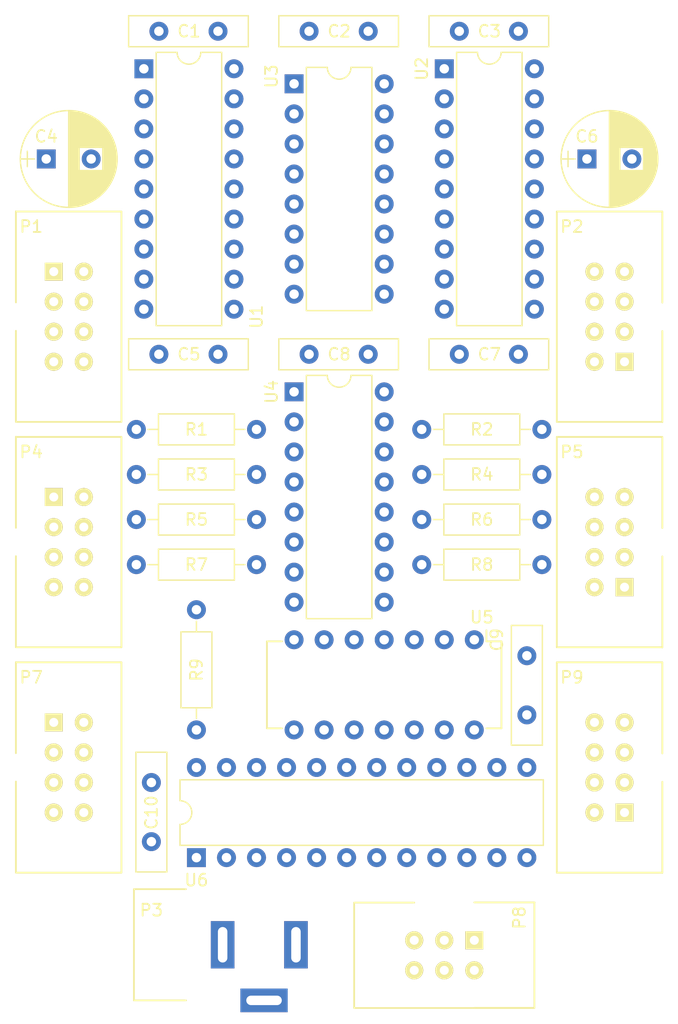
<source format=kicad_pcb>
(kicad_pcb (version 4) (host pcbnew 4.0.7)

  (general
    (links 130)
    (no_connects 130)
    (area 176.229999 31.194999 231.440001 116.135)
    (thickness 1.6)
    (drawings 4)
    (tracks 0)
    (zones 0)
    (modules 33)
    (nets 62)
  )

  (page A4)
  (layers
    (0 F.Cu signal)
    (31 B.Cu signal)
    (32 B.Adhes user)
    (33 F.Adhes user)
    (34 B.Paste user)
    (35 F.Paste user)
    (36 B.SilkS user)
    (37 F.SilkS user)
    (38 B.Mask user)
    (39 F.Mask user)
    (40 Dwgs.User user)
    (41 Cmts.User user)
    (42 Eco1.User user)
    (43 Eco2.User user)
    (44 Edge.Cuts user)
    (45 Margin user)
    (46 B.CrtYd user)
    (47 F.CrtYd user)
    (48 B.Fab user)
    (49 F.Fab user)
  )

  (setup
    (last_trace_width 0.25)
    (trace_clearance 0.2)
    (zone_clearance 0.508)
    (zone_45_only no)
    (trace_min 0.2)
    (segment_width 0.2)
    (edge_width 0.1)
    (via_size 0.6)
    (via_drill 0.4)
    (via_min_size 0.4)
    (via_min_drill 0.3)
    (uvia_size 0.3)
    (uvia_drill 0.1)
    (uvias_allowed no)
    (uvia_min_size 0.2)
    (uvia_min_drill 0.1)
    (pcb_text_width 0.3)
    (pcb_text_size 1.5 1.5)
    (mod_edge_width 0.15)
    (mod_text_size 1 1)
    (mod_text_width 0.15)
    (pad_size 1.5 1.5)
    (pad_drill 0.6)
    (pad_to_mask_clearance 0)
    (aux_axis_origin 0 0)
    (visible_elements FFFFF77F)
    (pcbplotparams
      (layerselection 0x00030_80000001)
      (usegerberextensions false)
      (excludeedgelayer true)
      (linewidth 0.100000)
      (plotframeref false)
      (viasonmask false)
      (mode 1)
      (useauxorigin false)
      (hpglpennumber 1)
      (hpglpenspeed 20)
      (hpglpendiameter 15)
      (hpglpenoverlay 2)
      (psnegative false)
      (psa4output false)
      (plotreference true)
      (plotvalue true)
      (plotinvisibletext false)
      (padsonsilk false)
      (subtractmaskfromsilk false)
      (outputformat 1)
      (mirror false)
      (drillshape 1)
      (scaleselection 1)
      (outputdirectory ""))
  )

  (net 0 "")
  (net 1 VCC)
  (net 2 GND)
  (net 3 MISO)
  (net 4 MOSI)
  (net 5 SCK)
  (net 6 ~SS)
  (net 7 "Net-(P7-Pad1)")
  (net 8 "Net-(P7-Pad2)")
  (net 9 "Net-(P7-Pad3)")
  (net 10 "Net-(P7-Pad4)")
  (net 11 "Net-(P7-Pad5)")
  (net 12 "Net-(P7-Pad6)")
  (net 13 "Net-(P7-Pad7)")
  (net 14 "Net-(P7-Pad8)")
  (net 15 "Net-(P9-Pad1)")
  (net 16 "Net-(P9-Pad2)")
  (net 17 "Net-(P9-Pad3)")
  (net 18 "Net-(P9-Pad4)")
  (net 19 "Net-(P9-Pad5)")
  (net 20 "Net-(P9-Pad6)")
  (net 21 "Net-(P9-Pad7)")
  (net 22 "Net-(P9-Pad8)")
  (net 23 "Net-(C5-Pad2)")
  (net 24 "Net-(C7-Pad2)")
  (net 25 "Net-(P1-Pad3)")
  (net 26 "Net-(P1-Pad1)")
  (net 27 "Net-(P1-Pad2)")
  (net 28 "Net-(P2-Pad1)")
  (net 29 "Net-(P2-Pad2)")
  (net 30 "Net-(P4-Pad2)")
  (net 31 "Net-(P4-Pad4)")
  (net 32 "Net-(P4-Pad6)")
  (net 33 "Net-(P5-Pad2)")
  (net 34 "Net-(P5-Pad4)")
  (net 35 "Net-(P5-Pad6)")
  (net 36 "Net-(P4-Pad8)")
  (net 37 "Net-(P5-Pad8)")
  (net 38 "Net-(R9-Pad2)")
  (net 39 "Net-(P1-Pad6)")
  (net 40 "Net-(P1-Pad5)")
  (net 41 "Net-(P1-Pad4)")
  (net 42 "Net-(U1-Pad14)")
  (net 43 "Net-(P1-Pad8)")
  (net 44 "Net-(U1-Pad15)")
  (net 45 "Net-(P1-Pad7)")
  (net 46 "Net-(U1-Pad16)")
  (net 47 "Net-(P2-Pad6)")
  (net 48 "Net-(P2-Pad3)")
  (net 49 "Net-(P2-Pad5)")
  (net 50 "Net-(P2-Pad4)")
  (net 51 "Net-(U2-Pad14)")
  (net 52 "Net-(P2-Pad8)")
  (net 53 "Net-(U2-Pad15)")
  (net 54 "Net-(P2-Pad7)")
  (net 55 "Net-(U2-Pad16)")
  (net 56 "Net-(U3-Pad3)")
  (net 57 "Net-(U1-Pad17)")
  (net 58 "Net-(U2-Pad17)")
  (net 59 "Net-(U4-Pad3)")
  (net 60 "Net-(C4-Pad1)")
  (net 61 "Net-(C6-Pad1)")

  (net_class Default "Esta es la clase de red por defecto."
    (clearance 0.2)
    (trace_width 0.25)
    (via_dia 0.6)
    (via_drill 0.4)
    (uvia_dia 0.3)
    (uvia_drill 0.1)
    (add_net GND)
    (add_net MISO)
    (add_net MOSI)
    (add_net "Net-(C4-Pad1)")
    (add_net "Net-(C5-Pad2)")
    (add_net "Net-(C6-Pad1)")
    (add_net "Net-(C7-Pad2)")
    (add_net "Net-(P1-Pad1)")
    (add_net "Net-(P1-Pad2)")
    (add_net "Net-(P1-Pad3)")
    (add_net "Net-(P1-Pad4)")
    (add_net "Net-(P1-Pad5)")
    (add_net "Net-(P1-Pad6)")
    (add_net "Net-(P1-Pad7)")
    (add_net "Net-(P1-Pad8)")
    (add_net "Net-(P2-Pad1)")
    (add_net "Net-(P2-Pad2)")
    (add_net "Net-(P2-Pad3)")
    (add_net "Net-(P2-Pad4)")
    (add_net "Net-(P2-Pad5)")
    (add_net "Net-(P2-Pad6)")
    (add_net "Net-(P2-Pad7)")
    (add_net "Net-(P2-Pad8)")
    (add_net "Net-(P4-Pad2)")
    (add_net "Net-(P4-Pad4)")
    (add_net "Net-(P4-Pad6)")
    (add_net "Net-(P4-Pad8)")
    (add_net "Net-(P5-Pad2)")
    (add_net "Net-(P5-Pad4)")
    (add_net "Net-(P5-Pad6)")
    (add_net "Net-(P5-Pad8)")
    (add_net "Net-(P7-Pad1)")
    (add_net "Net-(P7-Pad2)")
    (add_net "Net-(P7-Pad3)")
    (add_net "Net-(P7-Pad4)")
    (add_net "Net-(P7-Pad5)")
    (add_net "Net-(P7-Pad6)")
    (add_net "Net-(P7-Pad7)")
    (add_net "Net-(P7-Pad8)")
    (add_net "Net-(P9-Pad1)")
    (add_net "Net-(P9-Pad2)")
    (add_net "Net-(P9-Pad3)")
    (add_net "Net-(P9-Pad4)")
    (add_net "Net-(P9-Pad5)")
    (add_net "Net-(P9-Pad6)")
    (add_net "Net-(P9-Pad7)")
    (add_net "Net-(P9-Pad8)")
    (add_net "Net-(R9-Pad2)")
    (add_net "Net-(U1-Pad14)")
    (add_net "Net-(U1-Pad15)")
    (add_net "Net-(U1-Pad16)")
    (add_net "Net-(U1-Pad17)")
    (add_net "Net-(U2-Pad14)")
    (add_net "Net-(U2-Pad15)")
    (add_net "Net-(U2-Pad16)")
    (add_net "Net-(U2-Pad17)")
    (add_net "Net-(U3-Pad3)")
    (add_net "Net-(U4-Pad3)")
    (add_net SCK)
    (add_net VCC)
    (add_net ~SS)
  )

  (module avionica:DIP-18 (layer F.Cu) (tedit 59DE51F1) (tstamp 59DE5488)
    (at 187.325 36.195)
    (descr "18-lead dip package, row spacing 7.62 mm (300 mils)")
    (tags "DIL DIP PDIP 2.54mm 7.62mm 300mil")
    (path /59DE5120)
    (fp_text reference U1 (at 9.525 20.955 90) (layer F.SilkS)
      (effects (font (size 1 1) (thickness 0.15)))
    )
    (fp_text value 74922 (at 3.81 18.415 90) (layer F.Fab)
      (effects (font (size 1 1) (thickness 0.15)))
    )
    (fp_text user %R (at 3.81 10.16) (layer F.Fab)
      (effects (font (size 1 1) (thickness 0.15)))
    )
    (fp_line (start 1.635 -1.27) (end 6.985 -1.27) (layer F.Fab) (width 0.1))
    (fp_line (start 6.985 -1.27) (end 6.985 21.59) (layer F.Fab) (width 0.1))
    (fp_line (start 6.985 21.59) (end 0.635 21.59) (layer F.Fab) (width 0.1))
    (fp_line (start 0.635 21.59) (end 0.635 -0.27) (layer F.Fab) (width 0.1))
    (fp_line (start 0.635 -0.27) (end 1.635 -1.27) (layer F.Fab) (width 0.1))
    (fp_line (start 2.81 -1.39) (end 1.04 -1.39) (layer F.SilkS) (width 0.12))
    (fp_line (start 1.04 -1.39) (end 1.04 21.71) (layer F.SilkS) (width 0.12))
    (fp_line (start 1.04 21.71) (end 6.58 21.71) (layer F.SilkS) (width 0.12))
    (fp_line (start 6.58 21.71) (end 6.58 -1.39) (layer F.SilkS) (width 0.12))
    (fp_line (start 6.58 -1.39) (end 4.81 -1.39) (layer F.SilkS) (width 0.12))
    (fp_line (start -1.1 -1.6) (end -1.1 21.9) (layer F.CrtYd) (width 0.05))
    (fp_line (start -1.1 21.9) (end 8.7 21.9) (layer F.CrtYd) (width 0.05))
    (fp_line (start 8.7 21.9) (end 8.7 -1.6) (layer F.CrtYd) (width 0.05))
    (fp_line (start 8.7 -1.6) (end -1.1 -1.6) (layer F.CrtYd) (width 0.05))
    (fp_arc (start 3.81 -1.39) (end 2.81 -1.39) (angle -180) (layer F.SilkS) (width 0.12))
    (pad 1 thru_hole rect (at 0 0) (size 1.6 1.6) (drill 0.8) (layers *.Cu *.Mask)
      (net 26 "Net-(P1-Pad1)"))
    (pad 10 thru_hole oval (at 7.62 20.32) (size 1.6 1.6) (drill 0.8) (layers *.Cu *.Mask)
      (net 39 "Net-(P1-Pad6)"))
    (pad 2 thru_hole oval (at 0 2.54) (size 1.6 1.6) (drill 0.8) (layers *.Cu *.Mask)
      (net 27 "Net-(P1-Pad2)"))
    (pad 11 thru_hole oval (at 7.62 17.78) (size 1.6 1.6) (drill 0.8) (layers *.Cu *.Mask)
      (net 40 "Net-(P1-Pad5)"))
    (pad 3 thru_hole oval (at 0 5.08) (size 1.6 1.6) (drill 0.8) (layers *.Cu *.Mask)
      (net 25 "Net-(P1-Pad3)"))
    (pad 12 thru_hole oval (at 7.62 15.24) (size 1.6 1.6) (drill 0.8) (layers *.Cu *.Mask))
    (pad 4 thru_hole oval (at 0 7.62) (size 1.6 1.6) (drill 0.8) (layers *.Cu *.Mask)
      (net 41 "Net-(P1-Pad4)"))
    (pad 13 thru_hole oval (at 7.62 12.7) (size 1.6 1.6) (drill 0.8) (layers *.Cu *.Mask)
      (net 2 GND))
    (pad 5 thru_hole oval (at 0 10.16) (size 1.6 1.6) (drill 0.8) (layers *.Cu *.Mask)
      (net 23 "Net-(C5-Pad2)"))
    (pad 14 thru_hole oval (at 7.62 10.16) (size 1.6 1.6) (drill 0.8) (layers *.Cu *.Mask)
      (net 42 "Net-(U1-Pad14)"))
    (pad 6 thru_hole oval (at 0 12.7) (size 1.6 1.6) (drill 0.8) (layers *.Cu *.Mask)
      (net 60 "Net-(C4-Pad1)"))
    (pad 15 thru_hole oval (at 7.62 7.62) (size 1.6 1.6) (drill 0.8) (layers *.Cu *.Mask)
      (net 44 "Net-(U1-Pad15)"))
    (pad 7 thru_hole oval (at 0 15.24) (size 1.6 1.6) (drill 0.8) (layers *.Cu *.Mask)
      (net 43 "Net-(P1-Pad8)"))
    (pad 16 thru_hole oval (at 7.62 5.08) (size 1.6 1.6) (drill 0.8) (layers *.Cu *.Mask)
      (net 46 "Net-(U1-Pad16)"))
    (pad 8 thru_hole oval (at 0 17.78) (size 1.6 1.6) (drill 0.8) (layers *.Cu *.Mask)
      (net 45 "Net-(P1-Pad7)"))
    (pad 17 thru_hole oval (at 7.62 2.54) (size 1.6 1.6) (drill 0.8) (layers *.Cu *.Mask)
      (net 57 "Net-(U1-Pad17)"))
    (pad 9 thru_hole oval (at 0 20.32) (size 1.6 1.6) (drill 0.8) (layers *.Cu *.Mask)
      (net 2 GND))
    (pad 18 thru_hole oval (at 7.62 0) (size 1.6 1.6) (drill 0.8) (layers *.Cu *.Mask)
      (net 1 VCC))
    (model ${KISYS3DMOD}/Housings_DIP.3dshapes/DIP-18_W7.62mm.wrl
      (at (xyz 0 0 0))
      (scale (xyz 1 1 1))
      (rotate (xyz 0 0 0))
    )
  )

  (module avionica:DIP-18 (layer F.Cu) (tedit 59DE51F5) (tstamp 59DE54AD)
    (at 212.725 36.195)
    (descr "18-lead dip package, row spacing 7.62 mm (300 mils)")
    (tags "DIL DIP PDIP 2.54mm 7.62mm 300mil")
    (path /59DE2D1F)
    (fp_text reference U2 (at -1.905 0 90) (layer F.SilkS)
      (effects (font (size 1 1) (thickness 0.15)))
    )
    (fp_text value 74922 (at 3.81 17.78 90) (layer F.Fab)
      (effects (font (size 1 1) (thickness 0.15)))
    )
    (fp_text user %R (at 3.81 10.16) (layer F.Fab)
      (effects (font (size 1 1) (thickness 0.15)))
    )
    (fp_line (start 1.635 -1.27) (end 6.985 -1.27) (layer F.Fab) (width 0.1))
    (fp_line (start 6.985 -1.27) (end 6.985 21.59) (layer F.Fab) (width 0.1))
    (fp_line (start 6.985 21.59) (end 0.635 21.59) (layer F.Fab) (width 0.1))
    (fp_line (start 0.635 21.59) (end 0.635 -0.27) (layer F.Fab) (width 0.1))
    (fp_line (start 0.635 -0.27) (end 1.635 -1.27) (layer F.Fab) (width 0.1))
    (fp_line (start 2.81 -1.39) (end 1.04 -1.39) (layer F.SilkS) (width 0.12))
    (fp_line (start 1.04 -1.39) (end 1.04 21.71) (layer F.SilkS) (width 0.12))
    (fp_line (start 1.04 21.71) (end 6.58 21.71) (layer F.SilkS) (width 0.12))
    (fp_line (start 6.58 21.71) (end 6.58 -1.39) (layer F.SilkS) (width 0.12))
    (fp_line (start 6.58 -1.39) (end 4.81 -1.39) (layer F.SilkS) (width 0.12))
    (fp_line (start -1.1 -1.6) (end -1.1 21.9) (layer F.CrtYd) (width 0.05))
    (fp_line (start -1.1 21.9) (end 8.7 21.9) (layer F.CrtYd) (width 0.05))
    (fp_line (start 8.7 21.9) (end 8.7 -1.6) (layer F.CrtYd) (width 0.05))
    (fp_line (start 8.7 -1.6) (end -1.1 -1.6) (layer F.CrtYd) (width 0.05))
    (fp_arc (start 3.81 -1.39) (end 2.81 -1.39) (angle -180) (layer F.SilkS) (width 0.12))
    (pad 1 thru_hole rect (at 0 0) (size 1.6 1.6) (drill 0.8) (layers *.Cu *.Mask)
      (net 28 "Net-(P2-Pad1)"))
    (pad 10 thru_hole oval (at 7.62 20.32) (size 1.6 1.6) (drill 0.8) (layers *.Cu *.Mask)
      (net 47 "Net-(P2-Pad6)"))
    (pad 2 thru_hole oval (at 0 2.54) (size 1.6 1.6) (drill 0.8) (layers *.Cu *.Mask)
      (net 29 "Net-(P2-Pad2)"))
    (pad 11 thru_hole oval (at 7.62 17.78) (size 1.6 1.6) (drill 0.8) (layers *.Cu *.Mask)
      (net 49 "Net-(P2-Pad5)"))
    (pad 3 thru_hole oval (at 0 5.08) (size 1.6 1.6) (drill 0.8) (layers *.Cu *.Mask)
      (net 48 "Net-(P2-Pad3)"))
    (pad 12 thru_hole oval (at 7.62 15.24) (size 1.6 1.6) (drill 0.8) (layers *.Cu *.Mask))
    (pad 4 thru_hole oval (at 0 7.62) (size 1.6 1.6) (drill 0.8) (layers *.Cu *.Mask)
      (net 50 "Net-(P2-Pad4)"))
    (pad 13 thru_hole oval (at 7.62 12.7) (size 1.6 1.6) (drill 0.8) (layers *.Cu *.Mask)
      (net 2 GND))
    (pad 5 thru_hole oval (at 0 10.16) (size 1.6 1.6) (drill 0.8) (layers *.Cu *.Mask)
      (net 24 "Net-(C7-Pad2)"))
    (pad 14 thru_hole oval (at 7.62 10.16) (size 1.6 1.6) (drill 0.8) (layers *.Cu *.Mask)
      (net 51 "Net-(U2-Pad14)"))
    (pad 6 thru_hole oval (at 0 12.7) (size 1.6 1.6) (drill 0.8) (layers *.Cu *.Mask)
      (net 61 "Net-(C6-Pad1)"))
    (pad 15 thru_hole oval (at 7.62 7.62) (size 1.6 1.6) (drill 0.8) (layers *.Cu *.Mask)
      (net 53 "Net-(U2-Pad15)"))
    (pad 7 thru_hole oval (at 0 15.24) (size 1.6 1.6) (drill 0.8) (layers *.Cu *.Mask)
      (net 52 "Net-(P2-Pad8)"))
    (pad 16 thru_hole oval (at 7.62 5.08) (size 1.6 1.6) (drill 0.8) (layers *.Cu *.Mask)
      (net 55 "Net-(U2-Pad16)"))
    (pad 8 thru_hole oval (at 0 17.78) (size 1.6 1.6) (drill 0.8) (layers *.Cu *.Mask)
      (net 54 "Net-(P2-Pad7)"))
    (pad 17 thru_hole oval (at 7.62 2.54) (size 1.6 1.6) (drill 0.8) (layers *.Cu *.Mask)
      (net 58 "Net-(U2-Pad17)"))
    (pad 9 thru_hole oval (at 0 20.32) (size 1.6 1.6) (drill 0.8) (layers *.Cu *.Mask)
      (net 2 GND))
    (pad 18 thru_hole oval (at 7.62 0) (size 1.6 1.6) (drill 0.8) (layers *.Cu *.Mask)
      (net 1 VCC))
    (model ${KISYS3DMOD}/Housings_DIP.3dshapes/DIP-18_W7.62mm.wrl
      (at (xyz 0 0 0))
      (scale (xyz 1 1 1))
      (rotate (xyz 0 0 0))
    )
  )

  (module avionica:DIP-16 (layer F.Cu) (tedit 59DE51EF) (tstamp 59DE54D2)
    (at 200.025 37.465)
    (descr "16-lead dip package, row spacing 7.62 mm (300 mils)")
    (tags "DIL DIP PDIP 2.54mm 7.62mm 300mil")
    (path /59D2B6A4)
    (fp_text reference U3 (at -1.905 -0.635 90) (layer F.SilkS)
      (effects (font (size 1 1) (thickness 0.15)))
    )
    (fp_text value CD4021 (at 3.81 15.24 90) (layer F.Fab)
      (effects (font (size 1 1) (thickness 0.15)))
    )
    (fp_text user %R (at 3.81 8.89) (layer F.Fab)
      (effects (font (size 1 1) (thickness 0.15)))
    )
    (fp_line (start 1.635 -1.27) (end 6.985 -1.27) (layer F.Fab) (width 0.1))
    (fp_line (start 6.985 -1.27) (end 6.985 19.05) (layer F.Fab) (width 0.1))
    (fp_line (start 6.985 19.05) (end 0.635 19.05) (layer F.Fab) (width 0.1))
    (fp_line (start 0.635 19.05) (end 0.635 -0.27) (layer F.Fab) (width 0.1))
    (fp_line (start 0.635 -0.27) (end 1.635 -1.27) (layer F.Fab) (width 0.1))
    (fp_line (start 2.81 -1.39) (end 1.04 -1.39) (layer F.SilkS) (width 0.12))
    (fp_line (start 1.04 -1.39) (end 1.04 19.17) (layer F.SilkS) (width 0.12))
    (fp_line (start 1.04 19.17) (end 6.58 19.17) (layer F.SilkS) (width 0.12))
    (fp_line (start 6.58 19.17) (end 6.58 -1.39) (layer F.SilkS) (width 0.12))
    (fp_line (start 6.58 -1.39) (end 4.81 -1.39) (layer F.SilkS) (width 0.12))
    (fp_line (start -1.1 -1.6) (end -1.1 19.3) (layer F.CrtYd) (width 0.05))
    (fp_line (start -1.1 19.3) (end 8.7 19.3) (layer F.CrtYd) (width 0.05))
    (fp_line (start 8.7 19.3) (end 8.7 -1.6) (layer F.CrtYd) (width 0.05))
    (fp_line (start 8.7 -1.6) (end -1.1 -1.6) (layer F.CrtYd) (width 0.05))
    (fp_arc (start 3.81 -1.39) (end 2.81 -1.39) (angle -180) (layer F.SilkS) (width 0.12))
    (pad 1 thru_hole rect (at 0 0) (size 1.6 1.6) (drill 0.8) (layers *.Cu *.Mask)
      (net 51 "Net-(U2-Pad14)"))
    (pad 9 thru_hole oval (at 7.62 17.78) (size 1.6 1.6) (drill 0.8) (layers *.Cu *.Mask)
      (net 6 ~SS))
    (pad 2 thru_hole oval (at 0 2.54) (size 1.6 1.6) (drill 0.8) (layers *.Cu *.Mask))
    (pad 10 thru_hole oval (at 7.62 15.24) (size 1.6 1.6) (drill 0.8) (layers *.Cu *.Mask)
      (net 5 SCK))
    (pad 3 thru_hole oval (at 0 5.08) (size 1.6 1.6) (drill 0.8) (layers *.Cu *.Mask)
      (net 56 "Net-(U3-Pad3)"))
    (pad 11 thru_hole oval (at 7.62 12.7) (size 1.6 1.6) (drill 0.8) (layers *.Cu *.Mask)
      (net 2 GND))
    (pad 4 thru_hole oval (at 0 7.62) (size 1.6 1.6) (drill 0.8) (layers *.Cu *.Mask)
      (net 42 "Net-(U1-Pad14)"))
    (pad 12 thru_hole oval (at 7.62 10.16) (size 1.6 1.6) (drill 0.8) (layers *.Cu *.Mask))
    (pad 5 thru_hole oval (at 0 10.16) (size 1.6 1.6) (drill 0.8) (layers *.Cu *.Mask)
      (net 44 "Net-(U1-Pad15)"))
    (pad 13 thru_hole oval (at 7.62 7.62) (size 1.6 1.6) (drill 0.8) (layers *.Cu *.Mask)
      (net 58 "Net-(U2-Pad17)"))
    (pad 6 thru_hole oval (at 0 12.7) (size 1.6 1.6) (drill 0.8) (layers *.Cu *.Mask)
      (net 46 "Net-(U1-Pad16)"))
    (pad 14 thru_hole oval (at 7.62 5.08) (size 1.6 1.6) (drill 0.8) (layers *.Cu *.Mask)
      (net 55 "Net-(U2-Pad16)"))
    (pad 7 thru_hole oval (at 0 15.24) (size 1.6 1.6) (drill 0.8) (layers *.Cu *.Mask)
      (net 57 "Net-(U1-Pad17)"))
    (pad 15 thru_hole oval (at 7.62 2.54) (size 1.6 1.6) (drill 0.8) (layers *.Cu *.Mask)
      (net 53 "Net-(U2-Pad15)"))
    (pad 8 thru_hole oval (at 0 17.78) (size 1.6 1.6) (drill 0.8) (layers *.Cu *.Mask)
      (net 2 GND))
    (pad 16 thru_hole oval (at 7.62 0) (size 1.6 1.6) (drill 0.8) (layers *.Cu *.Mask)
      (net 1 VCC))
    (model ${KISYS3DMOD}/Housings_DIP.3dshapes/DIP-16_W7.62mm.wrl
      (at (xyz 0 0 0))
      (scale (xyz 1 1 1))
      (rotate (xyz 0 0 0))
    )
  )

  (module avionica:DIP-16 (layer F.Cu) (tedit 59DE5298) (tstamp 59DE54F5)
    (at 200.025 63.5)
    (descr "16-lead dip package, row spacing 7.62 mm (300 mils)")
    (tags "DIL DIP PDIP 2.54mm 7.62mm 300mil")
    (path /59D2BDBB)
    (fp_text reference U4 (at -1.905 0 90) (layer F.SilkS)
      (effects (font (size 1 1) (thickness 0.15)))
    )
    (fp_text value CD4021 (at 3.81 15.24 90) (layer F.Fab)
      (effects (font (size 1 1) (thickness 0.15)))
    )
    (fp_text user %R (at 3.81 8.89) (layer F.Fab)
      (effects (font (size 1 1) (thickness 0.15)))
    )
    (fp_line (start 1.635 -1.27) (end 6.985 -1.27) (layer F.Fab) (width 0.1))
    (fp_line (start 6.985 -1.27) (end 6.985 19.05) (layer F.Fab) (width 0.1))
    (fp_line (start 6.985 19.05) (end 0.635 19.05) (layer F.Fab) (width 0.1))
    (fp_line (start 0.635 19.05) (end 0.635 -0.27) (layer F.Fab) (width 0.1))
    (fp_line (start 0.635 -0.27) (end 1.635 -1.27) (layer F.Fab) (width 0.1))
    (fp_line (start 2.81 -1.39) (end 1.04 -1.39) (layer F.SilkS) (width 0.12))
    (fp_line (start 1.04 -1.39) (end 1.04 19.17) (layer F.SilkS) (width 0.12))
    (fp_line (start 1.04 19.17) (end 6.58 19.17) (layer F.SilkS) (width 0.12))
    (fp_line (start 6.58 19.17) (end 6.58 -1.39) (layer F.SilkS) (width 0.12))
    (fp_line (start 6.58 -1.39) (end 4.81 -1.39) (layer F.SilkS) (width 0.12))
    (fp_line (start -1.1 -1.6) (end -1.1 19.3) (layer F.CrtYd) (width 0.05))
    (fp_line (start -1.1 19.3) (end 8.7 19.3) (layer F.CrtYd) (width 0.05))
    (fp_line (start 8.7 19.3) (end 8.7 -1.6) (layer F.CrtYd) (width 0.05))
    (fp_line (start 8.7 -1.6) (end -1.1 -1.6) (layer F.CrtYd) (width 0.05))
    (fp_arc (start 3.81 -1.39) (end 2.81 -1.39) (angle -180) (layer F.SilkS) (width 0.12))
    (pad 1 thru_hole rect (at 0 0) (size 1.6 1.6) (drill 0.8) (layers *.Cu *.Mask)
      (net 37 "Net-(P5-Pad8)"))
    (pad 9 thru_hole oval (at 7.62 17.78) (size 1.6 1.6) (drill 0.8) (layers *.Cu *.Mask)
      (net 6 ~SS))
    (pad 2 thru_hole oval (at 0 2.54) (size 1.6 1.6) (drill 0.8) (layers *.Cu *.Mask))
    (pad 10 thru_hole oval (at 7.62 15.24) (size 1.6 1.6) (drill 0.8) (layers *.Cu *.Mask)
      (net 5 SCK))
    (pad 3 thru_hole oval (at 0 5.08) (size 1.6 1.6) (drill 0.8) (layers *.Cu *.Mask)
      (net 59 "Net-(U4-Pad3)"))
    (pad 11 thru_hole oval (at 7.62 12.7) (size 1.6 1.6) (drill 0.8) (layers *.Cu *.Mask)
      (net 56 "Net-(U3-Pad3)"))
    (pad 4 thru_hole oval (at 0 7.62) (size 1.6 1.6) (drill 0.8) (layers *.Cu *.Mask)
      (net 36 "Net-(P4-Pad8)"))
    (pad 12 thru_hole oval (at 7.62 10.16) (size 1.6 1.6) (drill 0.8) (layers *.Cu *.Mask))
    (pad 5 thru_hole oval (at 0 10.16) (size 1.6 1.6) (drill 0.8) (layers *.Cu *.Mask)
      (net 32 "Net-(P4-Pad6)"))
    (pad 13 thru_hole oval (at 7.62 7.62) (size 1.6 1.6) (drill 0.8) (layers *.Cu *.Mask)
      (net 33 "Net-(P5-Pad2)"))
    (pad 6 thru_hole oval (at 0 12.7) (size 1.6 1.6) (drill 0.8) (layers *.Cu *.Mask)
      (net 31 "Net-(P4-Pad4)"))
    (pad 14 thru_hole oval (at 7.62 5.08) (size 1.6 1.6) (drill 0.8) (layers *.Cu *.Mask)
      (net 34 "Net-(P5-Pad4)"))
    (pad 7 thru_hole oval (at 0 15.24) (size 1.6 1.6) (drill 0.8) (layers *.Cu *.Mask)
      (net 30 "Net-(P4-Pad2)"))
    (pad 15 thru_hole oval (at 7.62 2.54) (size 1.6 1.6) (drill 0.8) (layers *.Cu *.Mask)
      (net 35 "Net-(P5-Pad6)"))
    (pad 8 thru_hole oval (at 0 17.78) (size 1.6 1.6) (drill 0.8) (layers *.Cu *.Mask)
      (net 2 GND))
    (pad 16 thru_hole oval (at 7.62 0) (size 1.6 1.6) (drill 0.8) (layers *.Cu *.Mask)
      (net 1 VCC))
    (model ${KISYS3DMOD}/Housings_DIP.3dshapes/DIP-16_W7.62mm.wrl
      (at (xyz 0 0 0))
      (scale (xyz 1 1 1))
      (rotate (xyz 0 0 0))
    )
  )

  (module avionica:DIP-14 (layer F.Cu) (tedit 59DE56E9) (tstamp 59DE5518)
    (at 215.265 84.455 270)
    (descr "14-lead dip package, row spacing 7.62 mm (300 mils)")
    (tags "dil dip 2.54 300")
    (path /59DA817C)
    (fp_text reference U5 (at -1.905 -0.635 360) (layer F.SilkS)
      (effects (font (size 1 1) (thickness 0.15)))
    )
    (fp_text value 74125 (at 3.81 13.97 360) (layer F.Fab)
      (effects (font (size 1 1) (thickness 0.15)))
    )
    (fp_line (start -1.05 -2.45) (end -1.05 17.7) (layer F.CrtYd) (width 0.05))
    (fp_line (start 8.65 -2.45) (end 8.65 17.7) (layer F.CrtYd) (width 0.05))
    (fp_line (start -1.05 -2.45) (end 8.65 -2.45) (layer F.CrtYd) (width 0.05))
    (fp_line (start -1.05 17.7) (end 8.65 17.7) (layer F.CrtYd) (width 0.05))
    (fp_line (start 0.135 -2.295) (end 0.135 -1.025) (layer F.SilkS) (width 0.15))
    (fp_line (start 7.485 -2.295) (end 7.485 -1.025) (layer F.SilkS) (width 0.15))
    (fp_line (start 7.485 17.535) (end 7.485 16.265) (layer F.SilkS) (width 0.15))
    (fp_line (start 0.135 17.535) (end 0.135 16.265) (layer F.SilkS) (width 0.15))
    (fp_line (start 0.135 -2.295) (end 7.485 -2.295) (layer F.SilkS) (width 0.15))
    (fp_line (start 0.135 17.535) (end 7.485 17.535) (layer F.SilkS) (width 0.15))
    (fp_line (start 0.135 -1.025) (end -0.8 -1.025) (layer F.SilkS) (width 0.15))
    (pad 1 thru_hole oval (at 0 0 270) (size 1.6 1.6) (drill 0.8) (layers *.Cu *.Mask)
      (net 6 ~SS))
    (pad 2 thru_hole oval (at 0 2.54 270) (size 1.6 1.6) (drill 0.8) (layers *.Cu *.Mask)
      (net 59 "Net-(U4-Pad3)"))
    (pad 3 thru_hole oval (at 0 5.08 270) (size 1.6 1.6) (drill 0.8) (layers *.Cu *.Mask)
      (net 3 MISO))
    (pad 4 thru_hole oval (at 0 7.62 270) (size 1.6 1.6) (drill 0.8) (layers *.Cu *.Mask)
      (net 1 VCC))
    (pad 5 thru_hole oval (at 0 10.16 270) (size 1.6 1.6) (drill 0.8) (layers *.Cu *.Mask)
      (net 2 GND))
    (pad 6 thru_hole oval (at 0 12.7 270) (size 1.6 1.6) (drill 0.8) (layers *.Cu *.Mask))
    (pad 7 thru_hole oval (at 0 15.24 270) (size 1.6 1.6) (drill 0.8) (layers *.Cu *.Mask)
      (net 2 GND))
    (pad 8 thru_hole oval (at 7.62 15.24 270) (size 1.6 1.6) (drill 0.8) (layers *.Cu *.Mask))
    (pad 9 thru_hole oval (at 7.62 12.7 270) (size 1.6 1.6) (drill 0.8) (layers *.Cu *.Mask)
      (net 2 GND))
    (pad 10 thru_hole oval (at 7.62 10.16 270) (size 1.6 1.6) (drill 0.8) (layers *.Cu *.Mask)
      (net 1 VCC))
    (pad 11 thru_hole oval (at 7.62 7.62 270) (size 1.6 1.6) (drill 0.8) (layers *.Cu *.Mask))
    (pad 12 thru_hole oval (at 7.62 5.08 270) (size 1.6 1.6) (drill 0.8) (layers *.Cu *.Mask)
      (net 2 GND))
    (pad 13 thru_hole oval (at 7.62 2.54 270) (size 1.6 1.6) (drill 0.8) (layers *.Cu *.Mask)
      (net 1 VCC))
    (pad 14 thru_hole oval (at 7.62 0 270) (size 1.6 1.6) (drill 0.8) (layers *.Cu *.Mask)
      (net 1 VCC))
    (model Housings_DIP.3dshapes/DIP-14_W7.62mm.wrl
      (at (xyz 0 0 0))
      (scale (xyz 1 1 1))
      (rotate (xyz 0 0 0))
    )
  )

  (module avionica:DIP-24 (layer F.Cu) (tedit 59DE56A8) (tstamp 59DE5534)
    (at 191.77 102.87 90)
    (descr "24-lead dip package, row spacing 7.62 mm (300 mils)")
    (tags "DIL DIP PDIP 2.54mm 7.62mm 300mil")
    (path /59D346BC)
    (fp_text reference U6 (at -1.905 0 180) (layer F.SilkS)
      (effects (font (size 1 1) (thickness 0.15)))
    )
    (fp_text value MAX7219 (at 3.81 24.765 180) (layer F.Fab)
      (effects (font (size 1 1) (thickness 0.15)))
    )
    (fp_text user %R (at 3.81 13.97 90) (layer F.Fab)
      (effects (font (size 1 1) (thickness 0.15)))
    )
    (fp_line (start 1.635 -1.27) (end 6.985 -1.27) (layer F.Fab) (width 0.1))
    (fp_line (start 6.985 -1.27) (end 6.985 29.21) (layer F.Fab) (width 0.1))
    (fp_line (start 6.985 29.21) (end 0.635 29.21) (layer F.Fab) (width 0.1))
    (fp_line (start 0.635 29.21) (end 0.635 -0.27) (layer F.Fab) (width 0.1))
    (fp_line (start 0.635 -0.27) (end 1.635 -1.27) (layer F.Fab) (width 0.1))
    (fp_line (start 2.81 -1.39) (end 1.04 -1.39) (layer F.SilkS) (width 0.12))
    (fp_line (start 1.04 -1.39) (end 1.04 29.33) (layer F.SilkS) (width 0.12))
    (fp_line (start 1.04 29.33) (end 6.58 29.33) (layer F.SilkS) (width 0.12))
    (fp_line (start 6.58 29.33) (end 6.58 -1.39) (layer F.SilkS) (width 0.12))
    (fp_line (start 6.58 -1.39) (end 4.81 -1.39) (layer F.SilkS) (width 0.12))
    (fp_line (start -1.1 -1.6) (end -1.1 29.5) (layer F.CrtYd) (width 0.05))
    (fp_line (start -1.1 29.5) (end 8.7 29.5) (layer F.CrtYd) (width 0.05))
    (fp_line (start 8.7 29.5) (end 8.7 -1.6) (layer F.CrtYd) (width 0.05))
    (fp_line (start 8.7 -1.6) (end -1.1 -1.6) (layer F.CrtYd) (width 0.05))
    (fp_arc (start 3.81 -1.39) (end 2.81 -1.39) (angle -180) (layer F.SilkS) (width 0.12))
    (pad 1 thru_hole rect (at 0 0 90) (size 1.6 1.6) (drill 0.8) (layers *.Cu *.Mask)
      (net 4 MOSI))
    (pad 13 thru_hole oval (at 7.62 27.94 90) (size 1.6 1.6) (drill 0.8) (layers *.Cu *.Mask)
      (net 5 SCK))
    (pad 2 thru_hole oval (at 0 2.54 90) (size 1.6 1.6) (drill 0.8) (layers *.Cu *.Mask)
      (net 15 "Net-(P9-Pad1)"))
    (pad 14 thru_hole oval (at 7.62 25.4 90) (size 1.6 1.6) (drill 0.8) (layers *.Cu *.Mask)
      (net 7 "Net-(P7-Pad1)"))
    (pad 3 thru_hole oval (at 0 5.08 90) (size 1.6 1.6) (drill 0.8) (layers *.Cu *.Mask)
      (net 19 "Net-(P9-Pad5)"))
    (pad 15 thru_hole oval (at 7.62 22.86 90) (size 1.6 1.6) (drill 0.8) (layers *.Cu *.Mask)
      (net 12 "Net-(P7-Pad6)"))
    (pad 4 thru_hole oval (at 0 7.62 90) (size 1.6 1.6) (drill 0.8) (layers *.Cu *.Mask)
      (net 2 GND))
    (pad 16 thru_hole oval (at 7.62 20.32 90) (size 1.6 1.6) (drill 0.8) (layers *.Cu *.Mask)
      (net 8 "Net-(P7-Pad2)"))
    (pad 5 thru_hole oval (at 0 10.16 90) (size 1.6 1.6) (drill 0.8) (layers *.Cu *.Mask)
      (net 21 "Net-(P9-Pad7)"))
    (pad 17 thru_hole oval (at 7.62 17.78 90) (size 1.6 1.6) (drill 0.8) (layers *.Cu *.Mask)
      (net 13 "Net-(P7-Pad7)"))
    (pad 6 thru_hole oval (at 0 12.7 90) (size 1.6 1.6) (drill 0.8) (layers *.Cu *.Mask)
      (net 17 "Net-(P9-Pad3)"))
    (pad 18 thru_hole oval (at 7.62 15.24 90) (size 1.6 1.6) (drill 0.8) (layers *.Cu *.Mask)
      (net 38 "Net-(R9-Pad2)"))
    (pad 7 thru_hole oval (at 0 15.24 90) (size 1.6 1.6) (drill 0.8) (layers *.Cu *.Mask)
      (net 18 "Net-(P9-Pad4)"))
    (pad 19 thru_hole oval (at 7.62 12.7 90) (size 1.6 1.6) (drill 0.8) (layers *.Cu *.Mask)
      (net 1 VCC))
    (pad 8 thru_hole oval (at 0 17.78 90) (size 1.6 1.6) (drill 0.8) (layers *.Cu *.Mask)
      (net 22 "Net-(P9-Pad8)"))
    (pad 20 thru_hole oval (at 7.62 10.16 90) (size 1.6 1.6) (drill 0.8) (layers *.Cu *.Mask)
      (net 9 "Net-(P7-Pad3)"))
    (pad 9 thru_hole oval (at 0 20.32 90) (size 1.6 1.6) (drill 0.8) (layers *.Cu *.Mask)
      (net 2 GND))
    (pad 21 thru_hole oval (at 7.62 7.62 90) (size 1.6 1.6) (drill 0.8) (layers *.Cu *.Mask)
      (net 11 "Net-(P7-Pad5)"))
    (pad 10 thru_hole oval (at 0 22.86 90) (size 1.6 1.6) (drill 0.8) (layers *.Cu *.Mask)
      (net 20 "Net-(P9-Pad6)"))
    (pad 22 thru_hole oval (at 7.62 5.08 90) (size 1.6 1.6) (drill 0.8) (layers *.Cu *.Mask)
      (net 14 "Net-(P7-Pad8)"))
    (pad 11 thru_hole oval (at 0 25.4 90) (size 1.6 1.6) (drill 0.8) (layers *.Cu *.Mask)
      (net 16 "Net-(P9-Pad2)"))
    (pad 23 thru_hole oval (at 7.62 2.54 90) (size 1.6 1.6) (drill 0.8) (layers *.Cu *.Mask)
      (net 10 "Net-(P7-Pad4)"))
    (pad 12 thru_hole oval (at 0 27.94 90) (size 1.6 1.6) (drill 0.8) (layers *.Cu *.Mask)
      (net 6 ~SS))
    (pad 24 thru_hole oval (at 7.62 0 90) (size 1.6 1.6) (drill 0.8) (layers *.Cu *.Mask))
    (model ${KISYS3DMOD}/Housings_DIP.3dshapes/DIP-24_W7.62mm.wrl
      (at (xyz 0 0 0))
      (scale (xyz 1 1 1))
      (rotate (xyz 0 0 0))
    )
  )

  (module avionica:Disc_capacitor (layer F.Cu) (tedit 59DE55FC) (tstamp 59DE540B)
    (at 187.96 96.52 270)
    (descr "C, Disc series, Radial, pin pitch=5.00mm, , diameter*width=10*2.5mm^2, Capacitor, http://cdn-reichelt.de/documents/datenblatt/B300/DS_KERKO_TC.pdf")
    (tags "C Disc series Radial pin pitch 5.00mm  diameter 10mm width 2.5mm Capacitor")
    (path /59DA6BD0)
    (fp_text reference C10 (at 2.54 0 450) (layer F.SilkS)
      (effects (font (size 1 1) (thickness 0.15)))
    )
    (fp_text value 100nF (at 2.54 0 270) (layer F.Fab) hide
      (effects (font (size 1 1) (thickness 0.15)))
    )
    (fp_line (start -2.5 -1.25) (end -2.5 1.25) (layer F.Fab) (width 0.1))
    (fp_line (start -2.5 1.25) (end 7.5 1.25) (layer F.Fab) (width 0.1))
    (fp_line (start 7.5 1.25) (end 7.5 -1.25) (layer F.Fab) (width 0.1))
    (fp_line (start 7.5 -1.25) (end -2.5 -1.25) (layer F.Fab) (width 0.1))
    (fp_line (start -2.56 -1.31) (end 7.56 -1.31) (layer F.SilkS) (width 0.12))
    (fp_line (start -2.56 1.31) (end 7.56 1.31) (layer F.SilkS) (width 0.12))
    (fp_line (start -2.56 -1.31) (end -2.56 1.31) (layer F.SilkS) (width 0.12))
    (fp_line (start 7.56 -1.31) (end 7.56 1.31) (layer F.SilkS) (width 0.12))
    (fp_line (start -2.85 -1.6) (end -2.85 1.6) (layer F.CrtYd) (width 0.05))
    (fp_line (start -2.85 1.6) (end 7.85 1.6) (layer F.CrtYd) (width 0.05))
    (fp_line (start 7.85 1.6) (end 7.85 -1.6) (layer F.CrtYd) (width 0.05))
    (fp_line (start 7.85 -1.6) (end -2.85 -1.6) (layer F.CrtYd) (width 0.05))
    (pad 1 thru_hole circle (at 0 0 270) (size 1.6 1.6) (drill 0.8) (layers *.Cu *.Mask)
      (net 1 VCC))
    (pad 2 thru_hole circle (at 5 0 270) (size 1.6 1.6) (drill 0.8) (layers *.Cu *.Mask)
      (net 2 GND))
    (model ${KIPRJMOD}/../../modules/packages3d/avionica.3dshapes/Disc_capacitor.wrl
      (at (xyz 0.1 0 0))
      (scale (xyz 0.65 0.65 0.65))
      (rotate (xyz 0 0 0))
    )
  )

  (module avionica:Disc_capacitor (layer F.Cu) (tedit 59DE516F) (tstamp 59DBBEB1)
    (at 219.71 90.805 90)
    (descr "C, Disc series, Radial, pin pitch=5.00mm, , diameter*width=10*2.5mm^2, Capacitor, http://cdn-reichelt.de/documents/datenblatt/B300/DS_KERKO_TC.pdf")
    (tags "C Disc series Radial pin pitch 5.00mm  diameter 10mm width 2.5mm Capacitor")
    (path /59DA6BCA)
    (fp_text reference C9 (at 6.35 -2.54 270) (layer F.SilkS)
      (effects (font (size 1 1) (thickness 0.15)))
    )
    (fp_text value 100nF (at 2.54 0 90) (layer F.Fab) hide
      (effects (font (size 1 1) (thickness 0.15)))
    )
    (fp_line (start -2.5 -1.25) (end -2.5 1.25) (layer F.Fab) (width 0.1))
    (fp_line (start -2.5 1.25) (end 7.5 1.25) (layer F.Fab) (width 0.1))
    (fp_line (start 7.5 1.25) (end 7.5 -1.25) (layer F.Fab) (width 0.1))
    (fp_line (start 7.5 -1.25) (end -2.5 -1.25) (layer F.Fab) (width 0.1))
    (fp_line (start -2.56 -1.31) (end 7.56 -1.31) (layer F.SilkS) (width 0.12))
    (fp_line (start -2.56 1.31) (end 7.56 1.31) (layer F.SilkS) (width 0.12))
    (fp_line (start -2.56 -1.31) (end -2.56 1.31) (layer F.SilkS) (width 0.12))
    (fp_line (start 7.56 -1.31) (end 7.56 1.31) (layer F.SilkS) (width 0.12))
    (fp_line (start -2.85 -1.6) (end -2.85 1.6) (layer F.CrtYd) (width 0.05))
    (fp_line (start -2.85 1.6) (end 7.85 1.6) (layer F.CrtYd) (width 0.05))
    (fp_line (start 7.85 1.6) (end 7.85 -1.6) (layer F.CrtYd) (width 0.05))
    (fp_line (start 7.85 -1.6) (end -2.85 -1.6) (layer F.CrtYd) (width 0.05))
    (pad 1 thru_hole circle (at 0 0 90) (size 1.6 1.6) (drill 0.8) (layers *.Cu *.Mask)
      (net 1 VCC))
    (pad 2 thru_hole circle (at 5 0 90) (size 1.6 1.6) (drill 0.8) (layers *.Cu *.Mask)
      (net 2 GND))
    (model ${KIPRJMOD}/../../modules/packages3d/avionica.3dshapes/Disc_capacitor.wrl
      (at (xyz 0.1 0 0))
      (scale (xyz 0.65 0.65 0.65))
      (rotate (xyz 0 0 0))
    )
  )

  (module avionica:Disc_capacitor (layer F.Cu) (tedit 59DE53DE) (tstamp 59DBBE9E)
    (at 201.295 60.325)
    (descr "C, Disc series, Radial, pin pitch=5.00mm, , diameter*width=10*2.5mm^2, Capacitor, http://cdn-reichelt.de/documents/datenblatt/B300/DS_KERKO_TC.pdf")
    (tags "C Disc series Radial pin pitch 5.00mm  diameter 10mm width 2.5mm Capacitor")
    (path /59DA6B02)
    (fp_text reference C8 (at 2.54 0 180) (layer F.SilkS)
      (effects (font (size 1 1) (thickness 0.15)))
    )
    (fp_text value 100nF (at 2.54 0) (layer F.Fab) hide
      (effects (font (size 1 1) (thickness 0.15)))
    )
    (fp_line (start -2.5 -1.25) (end -2.5 1.25) (layer F.Fab) (width 0.1))
    (fp_line (start -2.5 1.25) (end 7.5 1.25) (layer F.Fab) (width 0.1))
    (fp_line (start 7.5 1.25) (end 7.5 -1.25) (layer F.Fab) (width 0.1))
    (fp_line (start 7.5 -1.25) (end -2.5 -1.25) (layer F.Fab) (width 0.1))
    (fp_line (start -2.56 -1.31) (end 7.56 -1.31) (layer F.SilkS) (width 0.12))
    (fp_line (start -2.56 1.31) (end 7.56 1.31) (layer F.SilkS) (width 0.12))
    (fp_line (start -2.56 -1.31) (end -2.56 1.31) (layer F.SilkS) (width 0.12))
    (fp_line (start 7.56 -1.31) (end 7.56 1.31) (layer F.SilkS) (width 0.12))
    (fp_line (start -2.85 -1.6) (end -2.85 1.6) (layer F.CrtYd) (width 0.05))
    (fp_line (start -2.85 1.6) (end 7.85 1.6) (layer F.CrtYd) (width 0.05))
    (fp_line (start 7.85 1.6) (end 7.85 -1.6) (layer F.CrtYd) (width 0.05))
    (fp_line (start 7.85 -1.6) (end -2.85 -1.6) (layer F.CrtYd) (width 0.05))
    (pad 1 thru_hole circle (at 0 0) (size 1.6 1.6) (drill 0.8) (layers *.Cu *.Mask)
      (net 1 VCC))
    (pad 2 thru_hole circle (at 5 0) (size 1.6 1.6) (drill 0.8) (layers *.Cu *.Mask)
      (net 2 GND))
    (model ${KIPRJMOD}/../../modules/packages3d/avionica.3dshapes/Disc_capacitor.wrl
      (at (xyz 0.1 0 0))
      (scale (xyz 0.65 0.65 0.65))
      (rotate (xyz 0 0 0))
    )
  )

  (module avionica:Disc_capacitor (layer F.Cu) (tedit 59DE53F5) (tstamp 59DBBE8B)
    (at 213.995 60.325)
    (descr "C, Disc series, Radial, pin pitch=5.00mm, , diameter*width=10*2.5mm^2, Capacitor, http://cdn-reichelt.de/documents/datenblatt/B300/DS_KERKO_TC.pdf")
    (tags "C Disc series Radial pin pitch 5.00mm  diameter 10mm width 2.5mm Capacitor")
    (path /59DE2D3A)
    (fp_text reference C7 (at 2.54 0) (layer F.SilkS)
      (effects (font (size 1 1) (thickness 0.15)))
    )
    (fp_text value 100nF (at 2.54 0) (layer F.Fab) hide
      (effects (font (size 1 1) (thickness 0.15)))
    )
    (fp_line (start -2.5 -1.25) (end -2.5 1.25) (layer F.Fab) (width 0.1))
    (fp_line (start -2.5 1.25) (end 7.5 1.25) (layer F.Fab) (width 0.1))
    (fp_line (start 7.5 1.25) (end 7.5 -1.25) (layer F.Fab) (width 0.1))
    (fp_line (start 7.5 -1.25) (end -2.5 -1.25) (layer F.Fab) (width 0.1))
    (fp_line (start -2.56 -1.31) (end 7.56 -1.31) (layer F.SilkS) (width 0.12))
    (fp_line (start -2.56 1.31) (end 7.56 1.31) (layer F.SilkS) (width 0.12))
    (fp_line (start -2.56 -1.31) (end -2.56 1.31) (layer F.SilkS) (width 0.12))
    (fp_line (start 7.56 -1.31) (end 7.56 1.31) (layer F.SilkS) (width 0.12))
    (fp_line (start -2.85 -1.6) (end -2.85 1.6) (layer F.CrtYd) (width 0.05))
    (fp_line (start -2.85 1.6) (end 7.85 1.6) (layer F.CrtYd) (width 0.05))
    (fp_line (start 7.85 1.6) (end 7.85 -1.6) (layer F.CrtYd) (width 0.05))
    (fp_line (start 7.85 -1.6) (end -2.85 -1.6) (layer F.CrtYd) (width 0.05))
    (pad 1 thru_hole circle (at 0 0) (size 1.6 1.6) (drill 0.8) (layers *.Cu *.Mask)
      (net 2 GND))
    (pad 2 thru_hole circle (at 5 0) (size 1.6 1.6) (drill 0.8) (layers *.Cu *.Mask)
      (net 24 "Net-(C7-Pad2)"))
    (model ${KIPRJMOD}/../../modules/packages3d/avionica.3dshapes/Disc_capacitor.wrl
      (at (xyz 0.1 0 0))
      (scale (xyz 0.65 0.65 0.65))
      (rotate (xyz 0 0 0))
    )
  )

  (module avionica:Disc_capacitor (layer F.Cu) (tedit 59DE53DC) (tstamp 59DBBE65)
    (at 188.595 60.325)
    (descr "C, Disc series, Radial, pin pitch=5.00mm, , diameter*width=10*2.5mm^2, Capacitor, http://cdn-reichelt.de/documents/datenblatt/B300/DS_KERKO_TC.pdf")
    (tags "C Disc series Radial pin pitch 5.00mm  diameter 10mm width 2.5mm Capacitor")
    (path /59DE5138)
    (fp_text reference C5 (at 2.54 0 180) (layer F.SilkS)
      (effects (font (size 1 1) (thickness 0.15)))
    )
    (fp_text value 100nF (at 2.54 0) (layer F.Fab) hide
      (effects (font (size 1 1) (thickness 0.15)))
    )
    (fp_line (start -2.5 -1.25) (end -2.5 1.25) (layer F.Fab) (width 0.1))
    (fp_line (start -2.5 1.25) (end 7.5 1.25) (layer F.Fab) (width 0.1))
    (fp_line (start 7.5 1.25) (end 7.5 -1.25) (layer F.Fab) (width 0.1))
    (fp_line (start 7.5 -1.25) (end -2.5 -1.25) (layer F.Fab) (width 0.1))
    (fp_line (start -2.56 -1.31) (end 7.56 -1.31) (layer F.SilkS) (width 0.12))
    (fp_line (start -2.56 1.31) (end 7.56 1.31) (layer F.SilkS) (width 0.12))
    (fp_line (start -2.56 -1.31) (end -2.56 1.31) (layer F.SilkS) (width 0.12))
    (fp_line (start 7.56 -1.31) (end 7.56 1.31) (layer F.SilkS) (width 0.12))
    (fp_line (start -2.85 -1.6) (end -2.85 1.6) (layer F.CrtYd) (width 0.05))
    (fp_line (start -2.85 1.6) (end 7.85 1.6) (layer F.CrtYd) (width 0.05))
    (fp_line (start 7.85 1.6) (end 7.85 -1.6) (layer F.CrtYd) (width 0.05))
    (fp_line (start 7.85 -1.6) (end -2.85 -1.6) (layer F.CrtYd) (width 0.05))
    (pad 1 thru_hole circle (at 0 0) (size 1.6 1.6) (drill 0.8) (layers *.Cu *.Mask)
      (net 2 GND))
    (pad 2 thru_hole circle (at 5 0) (size 1.6 1.6) (drill 0.8) (layers *.Cu *.Mask)
      (net 23 "Net-(C5-Pad2)"))
    (model ${KIPRJMOD}/../../modules/packages3d/avionica.3dshapes/Disc_capacitor.wrl
      (at (xyz 0.1 0 0))
      (scale (xyz 0.65 0.65 0.65))
      (rotate (xyz 0 0 0))
    )
  )

  (module avionica:Disc_capacitor (layer F.Cu) (tedit 59DE5409) (tstamp 59DBBE3F)
    (at 213.995 33.02)
    (descr "C, Disc series, Radial, pin pitch=5.00mm, , diameter*width=10*2.5mm^2, Capacitor, http://cdn-reichelt.de/documents/datenblatt/B300/DS_KERKO_TC.pdf")
    (tags "C Disc series Radial pin pitch 5.00mm  diameter 10mm width 2.5mm Capacitor")
    (path /59DA6A95)
    (fp_text reference C3 (at 2.54 0 180) (layer F.SilkS)
      (effects (font (size 1 1) (thickness 0.15)))
    )
    (fp_text value 100nF (at 2.54 0) (layer F.Fab) hide
      (effects (font (size 1 1) (thickness 0.15)))
    )
    (fp_line (start -2.5 -1.25) (end -2.5 1.25) (layer F.Fab) (width 0.1))
    (fp_line (start -2.5 1.25) (end 7.5 1.25) (layer F.Fab) (width 0.1))
    (fp_line (start 7.5 1.25) (end 7.5 -1.25) (layer F.Fab) (width 0.1))
    (fp_line (start 7.5 -1.25) (end -2.5 -1.25) (layer F.Fab) (width 0.1))
    (fp_line (start -2.56 -1.31) (end 7.56 -1.31) (layer F.SilkS) (width 0.12))
    (fp_line (start -2.56 1.31) (end 7.56 1.31) (layer F.SilkS) (width 0.12))
    (fp_line (start -2.56 -1.31) (end -2.56 1.31) (layer F.SilkS) (width 0.12))
    (fp_line (start 7.56 -1.31) (end 7.56 1.31) (layer F.SilkS) (width 0.12))
    (fp_line (start -2.85 -1.6) (end -2.85 1.6) (layer F.CrtYd) (width 0.05))
    (fp_line (start -2.85 1.6) (end 7.85 1.6) (layer F.CrtYd) (width 0.05))
    (fp_line (start 7.85 1.6) (end 7.85 -1.6) (layer F.CrtYd) (width 0.05))
    (fp_line (start 7.85 -1.6) (end -2.85 -1.6) (layer F.CrtYd) (width 0.05))
    (pad 1 thru_hole circle (at 0 0) (size 1.6 1.6) (drill 0.8) (layers *.Cu *.Mask)
      (net 1 VCC))
    (pad 2 thru_hole circle (at 5 0) (size 1.6 1.6) (drill 0.8) (layers *.Cu *.Mask)
      (net 2 GND))
    (model ${KIPRJMOD}/../../modules/packages3d/avionica.3dshapes/Disc_capacitor.wrl
      (at (xyz 0.1 0 0))
      (scale (xyz 0.65 0.65 0.65))
      (rotate (xyz 0 0 0))
    )
  )

  (module avionica:Disc_capacitor (layer F.Cu) (tedit 59DE540B) (tstamp 59DBBE2C)
    (at 201.295 33.02)
    (descr "C, Disc series, Radial, pin pitch=5.00mm, , diameter*width=10*2.5mm^2, Capacitor, http://cdn-reichelt.de/documents/datenblatt/B300/DS_KERKO_TC.pdf")
    (tags "C Disc series Radial pin pitch 5.00mm  diameter 10mm width 2.5mm Capacitor")
    (path /59DA6A2B)
    (fp_text reference C2 (at 2.54 0 180) (layer F.SilkS)
      (effects (font (size 1 1) (thickness 0.15)))
    )
    (fp_text value 100nF (at 2.54 0) (layer F.Fab) hide
      (effects (font (size 1 1) (thickness 0.15)))
    )
    (fp_line (start -2.5 -1.25) (end -2.5 1.25) (layer F.Fab) (width 0.1))
    (fp_line (start -2.5 1.25) (end 7.5 1.25) (layer F.Fab) (width 0.1))
    (fp_line (start 7.5 1.25) (end 7.5 -1.25) (layer F.Fab) (width 0.1))
    (fp_line (start 7.5 -1.25) (end -2.5 -1.25) (layer F.Fab) (width 0.1))
    (fp_line (start -2.56 -1.31) (end 7.56 -1.31) (layer F.SilkS) (width 0.12))
    (fp_line (start -2.56 1.31) (end 7.56 1.31) (layer F.SilkS) (width 0.12))
    (fp_line (start -2.56 -1.31) (end -2.56 1.31) (layer F.SilkS) (width 0.12))
    (fp_line (start 7.56 -1.31) (end 7.56 1.31) (layer F.SilkS) (width 0.12))
    (fp_line (start -2.85 -1.6) (end -2.85 1.6) (layer F.CrtYd) (width 0.05))
    (fp_line (start -2.85 1.6) (end 7.85 1.6) (layer F.CrtYd) (width 0.05))
    (fp_line (start 7.85 1.6) (end 7.85 -1.6) (layer F.CrtYd) (width 0.05))
    (fp_line (start 7.85 -1.6) (end -2.85 -1.6) (layer F.CrtYd) (width 0.05))
    (pad 1 thru_hole circle (at 0 0) (size 1.6 1.6) (drill 0.8) (layers *.Cu *.Mask)
      (net 1 VCC))
    (pad 2 thru_hole circle (at 5 0) (size 1.6 1.6) (drill 0.8) (layers *.Cu *.Mask)
      (net 2 GND))
    (model ${KIPRJMOD}/../../modules/packages3d/avionica.3dshapes/Disc_capacitor.wrl
      (at (xyz 0.1 0 0))
      (scale (xyz 0.65 0.65 0.65))
      (rotate (xyz 0 0 0))
    )
  )

  (module avionica:Disc_capacitor (layer F.Cu) (tedit 59DE540D) (tstamp 59DBBE19)
    (at 188.595 33.02)
    (descr "C, Disc series, Radial, pin pitch=5.00mm, , diameter*width=10*2.5mm^2, Capacitor, http://cdn-reichelt.de/documents/datenblatt/B300/DS_KERKO_TC.pdf")
    (tags "C Disc series Radial pin pitch 5.00mm  diameter 10mm width 2.5mm Capacitor")
    (path /59DA65C4)
    (fp_text reference C1 (at 2.54 0 180) (layer F.SilkS)
      (effects (font (size 1 1) (thickness 0.15)))
    )
    (fp_text value 100nF (at 2.54 0) (layer F.Fab) hide
      (effects (font (size 1 1) (thickness 0.15)))
    )
    (fp_line (start -2.5 -1.25) (end -2.5 1.25) (layer F.Fab) (width 0.1))
    (fp_line (start -2.5 1.25) (end 7.5 1.25) (layer F.Fab) (width 0.1))
    (fp_line (start 7.5 1.25) (end 7.5 -1.25) (layer F.Fab) (width 0.1))
    (fp_line (start 7.5 -1.25) (end -2.5 -1.25) (layer F.Fab) (width 0.1))
    (fp_line (start -2.56 -1.31) (end 7.56 -1.31) (layer F.SilkS) (width 0.12))
    (fp_line (start -2.56 1.31) (end 7.56 1.31) (layer F.SilkS) (width 0.12))
    (fp_line (start -2.56 -1.31) (end -2.56 1.31) (layer F.SilkS) (width 0.12))
    (fp_line (start 7.56 -1.31) (end 7.56 1.31) (layer F.SilkS) (width 0.12))
    (fp_line (start -2.85 -1.6) (end -2.85 1.6) (layer F.CrtYd) (width 0.05))
    (fp_line (start -2.85 1.6) (end 7.85 1.6) (layer F.CrtYd) (width 0.05))
    (fp_line (start 7.85 1.6) (end 7.85 -1.6) (layer F.CrtYd) (width 0.05))
    (fp_line (start 7.85 -1.6) (end -2.85 -1.6) (layer F.CrtYd) (width 0.05))
    (pad 1 thru_hole circle (at 0 0) (size 1.6 1.6) (drill 0.8) (layers *.Cu *.Mask)
      (net 1 VCC))
    (pad 2 thru_hole circle (at 5 0) (size 1.6 1.6) (drill 0.8) (layers *.Cu *.Mask)
      (net 2 GND))
    (model ${KIPRJMOD}/../../modules/packages3d/avionica.3dshapes/Disc_capacitor.wrl
      (at (xyz 0.1 0 0))
      (scale (xyz 0.65 0.65 0.65))
      (rotate (xyz 0 0 0))
    )
  )

  (module avionica:Radial_capacitor (layer F.Cu) (tedit 59DE5425) (tstamp 59DE5363)
    (at 224.79 43.815)
    (descr "CP, Radial series, Radial, pin pitch=3.80mm, , diameter=8mm, Electrolytic Capacitor")
    (tags "CP Radial series Radial pin pitch 3.80mm  diameter 8mm Electrolytic Capacitor")
    (path /59DE2D33)
    (fp_text reference C6 (at 0 -1.905) (layer F.SilkS)
      (effects (font (size 1 1) (thickness 0.15)))
    )
    (fp_text value 1uF (at 0 -2.54) (layer F.Fab) hide
      (effects (font (size 1 1) (thickness 0.15)))
    )
    (fp_line (start -2.2 0) (end -1 0) (layer F.Fab) (width 0.1))
    (fp_line (start -1.6 -0.65) (end -1.6 0.65) (layer F.Fab) (width 0.1))
    (fp_line (start 1.9 -4.05) (end 1.9 4.05) (layer F.SilkS) (width 0.12))
    (fp_line (start 1.94 -4.05) (end 1.94 4.05) (layer F.SilkS) (width 0.12))
    (fp_line (start 1.98 -4.05) (end 1.98 4.05) (layer F.SilkS) (width 0.12))
    (fp_line (start 2.02 -4.049) (end 2.02 4.049) (layer F.SilkS) (width 0.12))
    (fp_line (start 2.06 -4.047) (end 2.06 4.047) (layer F.SilkS) (width 0.12))
    (fp_line (start 2.1 -4.046) (end 2.1 4.046) (layer F.SilkS) (width 0.12))
    (fp_line (start 2.14 -4.043) (end 2.14 4.043) (layer F.SilkS) (width 0.12))
    (fp_line (start 2.18 -4.041) (end 2.18 4.041) (layer F.SilkS) (width 0.12))
    (fp_line (start 2.22 -4.038) (end 2.22 4.038) (layer F.SilkS) (width 0.12))
    (fp_line (start 2.26 -4.035) (end 2.26 4.035) (layer F.SilkS) (width 0.12))
    (fp_line (start 2.3 -4.031) (end 2.3 4.031) (layer F.SilkS) (width 0.12))
    (fp_line (start 2.34 -4.027) (end 2.34 4.027) (layer F.SilkS) (width 0.12))
    (fp_line (start 2.38 -4.022) (end 2.38 4.022) (layer F.SilkS) (width 0.12))
    (fp_line (start 2.42 -4.017) (end 2.42 4.017) (layer F.SilkS) (width 0.12))
    (fp_line (start 2.46 -4.012) (end 2.46 4.012) (layer F.SilkS) (width 0.12))
    (fp_line (start 2.5 -4.006) (end 2.5 4.006) (layer F.SilkS) (width 0.12))
    (fp_line (start 2.54 -4) (end 2.54 4) (layer F.SilkS) (width 0.12))
    (fp_line (start 2.58 -3.994) (end 2.58 3.994) (layer F.SilkS) (width 0.12))
    (fp_line (start 2.621 -3.987) (end 2.621 3.987) (layer F.SilkS) (width 0.12))
    (fp_line (start 2.661 -3.979) (end 2.661 3.979) (layer F.SilkS) (width 0.12))
    (fp_line (start 2.701 -3.971) (end 2.701 3.971) (layer F.SilkS) (width 0.12))
    (fp_line (start 2.741 -3.963) (end 2.741 3.963) (layer F.SilkS) (width 0.12))
    (fp_line (start 2.781 -3.955) (end 2.781 3.955) (layer F.SilkS) (width 0.12))
    (fp_line (start 2.821 -3.946) (end 2.821 -0.98) (layer F.SilkS) (width 0.12))
    (fp_line (start 2.821 0.98) (end 2.821 3.946) (layer F.SilkS) (width 0.12))
    (fp_line (start 2.861 -3.936) (end 2.861 -0.98) (layer F.SilkS) (width 0.12))
    (fp_line (start 2.861 0.98) (end 2.861 3.936) (layer F.SilkS) (width 0.12))
    (fp_line (start 2.901 -3.926) (end 2.901 -0.98) (layer F.SilkS) (width 0.12))
    (fp_line (start 2.901 0.98) (end 2.901 3.926) (layer F.SilkS) (width 0.12))
    (fp_line (start 2.941 -3.916) (end 2.941 -0.98) (layer F.SilkS) (width 0.12))
    (fp_line (start 2.941 0.98) (end 2.941 3.916) (layer F.SilkS) (width 0.12))
    (fp_line (start 2.981 -3.905) (end 2.981 -0.98) (layer F.SilkS) (width 0.12))
    (fp_line (start 2.981 0.98) (end 2.981 3.905) (layer F.SilkS) (width 0.12))
    (fp_line (start 3.021 -3.894) (end 3.021 -0.98) (layer F.SilkS) (width 0.12))
    (fp_line (start 3.021 0.98) (end 3.021 3.894) (layer F.SilkS) (width 0.12))
    (fp_line (start 3.061 -3.883) (end 3.061 -0.98) (layer F.SilkS) (width 0.12))
    (fp_line (start 3.061 0.98) (end 3.061 3.883) (layer F.SilkS) (width 0.12))
    (fp_line (start 3.101 -3.87) (end 3.101 -0.98) (layer F.SilkS) (width 0.12))
    (fp_line (start 3.101 0.98) (end 3.101 3.87) (layer F.SilkS) (width 0.12))
    (fp_line (start 3.141 -3.858) (end 3.141 -0.98) (layer F.SilkS) (width 0.12))
    (fp_line (start 3.141 0.98) (end 3.141 3.858) (layer F.SilkS) (width 0.12))
    (fp_line (start 3.181 -3.845) (end 3.181 -0.98) (layer F.SilkS) (width 0.12))
    (fp_line (start 3.181 0.98) (end 3.181 3.845) (layer F.SilkS) (width 0.12))
    (fp_line (start 3.221 -3.832) (end 3.221 -0.98) (layer F.SilkS) (width 0.12))
    (fp_line (start 3.221 0.98) (end 3.221 3.832) (layer F.SilkS) (width 0.12))
    (fp_line (start 3.261 -3.818) (end 3.261 -0.98) (layer F.SilkS) (width 0.12))
    (fp_line (start 3.261 0.98) (end 3.261 3.818) (layer F.SilkS) (width 0.12))
    (fp_line (start 3.301 -3.803) (end 3.301 -0.98) (layer F.SilkS) (width 0.12))
    (fp_line (start 3.301 0.98) (end 3.301 3.803) (layer F.SilkS) (width 0.12))
    (fp_line (start 3.341 -3.789) (end 3.341 -0.98) (layer F.SilkS) (width 0.12))
    (fp_line (start 3.341 0.98) (end 3.341 3.789) (layer F.SilkS) (width 0.12))
    (fp_line (start 3.381 -3.773) (end 3.381 -0.98) (layer F.SilkS) (width 0.12))
    (fp_line (start 3.381 0.98) (end 3.381 3.773) (layer F.SilkS) (width 0.12))
    (fp_line (start 3.421 -3.758) (end 3.421 -0.98) (layer F.SilkS) (width 0.12))
    (fp_line (start 3.421 0.98) (end 3.421 3.758) (layer F.SilkS) (width 0.12))
    (fp_line (start 3.461 -3.741) (end 3.461 -0.98) (layer F.SilkS) (width 0.12))
    (fp_line (start 3.461 0.98) (end 3.461 3.741) (layer F.SilkS) (width 0.12))
    (fp_line (start 3.501 -3.725) (end 3.501 -0.98) (layer F.SilkS) (width 0.12))
    (fp_line (start 3.501 0.98) (end 3.501 3.725) (layer F.SilkS) (width 0.12))
    (fp_line (start 3.541 -3.707) (end 3.541 -0.98) (layer F.SilkS) (width 0.12))
    (fp_line (start 3.541 0.98) (end 3.541 3.707) (layer F.SilkS) (width 0.12))
    (fp_line (start 3.581 -3.69) (end 3.581 -0.98) (layer F.SilkS) (width 0.12))
    (fp_line (start 3.581 0.98) (end 3.581 3.69) (layer F.SilkS) (width 0.12))
    (fp_line (start 3.621 -3.671) (end 3.621 -0.98) (layer F.SilkS) (width 0.12))
    (fp_line (start 3.621 0.98) (end 3.621 3.671) (layer F.SilkS) (width 0.12))
    (fp_line (start 3.661 -3.652) (end 3.661 -0.98) (layer F.SilkS) (width 0.12))
    (fp_line (start 3.661 0.98) (end 3.661 3.652) (layer F.SilkS) (width 0.12))
    (fp_line (start 3.701 -3.633) (end 3.701 -0.98) (layer F.SilkS) (width 0.12))
    (fp_line (start 3.701 0.98) (end 3.701 3.633) (layer F.SilkS) (width 0.12))
    (fp_line (start 3.741 -3.613) (end 3.741 -0.98) (layer F.SilkS) (width 0.12))
    (fp_line (start 3.741 0.98) (end 3.741 3.613) (layer F.SilkS) (width 0.12))
    (fp_line (start 3.781 -3.593) (end 3.781 -0.98) (layer F.SilkS) (width 0.12))
    (fp_line (start 3.781 0.98) (end 3.781 3.593) (layer F.SilkS) (width 0.12))
    (fp_line (start 3.821 -3.572) (end 3.821 -0.98) (layer F.SilkS) (width 0.12))
    (fp_line (start 3.821 0.98) (end 3.821 3.572) (layer F.SilkS) (width 0.12))
    (fp_line (start 3.861 -3.55) (end 3.861 -0.98) (layer F.SilkS) (width 0.12))
    (fp_line (start 3.861 0.98) (end 3.861 3.55) (layer F.SilkS) (width 0.12))
    (fp_line (start 3.901 -3.528) (end 3.901 -0.98) (layer F.SilkS) (width 0.12))
    (fp_line (start 3.901 0.98) (end 3.901 3.528) (layer F.SilkS) (width 0.12))
    (fp_line (start 3.941 -3.505) (end 3.941 -0.98) (layer F.SilkS) (width 0.12))
    (fp_line (start 3.941 0.98) (end 3.941 3.505) (layer F.SilkS) (width 0.12))
    (fp_line (start 3.981 -3.482) (end 3.981 -0.98) (layer F.SilkS) (width 0.12))
    (fp_line (start 3.981 0.98) (end 3.981 3.482) (layer F.SilkS) (width 0.12))
    (fp_line (start 4.021 -3.458) (end 4.021 -0.98) (layer F.SilkS) (width 0.12))
    (fp_line (start 4.021 0.98) (end 4.021 3.458) (layer F.SilkS) (width 0.12))
    (fp_line (start 4.061 -3.434) (end 4.061 -0.98) (layer F.SilkS) (width 0.12))
    (fp_line (start 4.061 0.98) (end 4.061 3.434) (layer F.SilkS) (width 0.12))
    (fp_line (start 4.101 -3.408) (end 4.101 -0.98) (layer F.SilkS) (width 0.12))
    (fp_line (start 4.101 0.98) (end 4.101 3.408) (layer F.SilkS) (width 0.12))
    (fp_line (start 4.141 -3.383) (end 4.141 -0.98) (layer F.SilkS) (width 0.12))
    (fp_line (start 4.141 0.98) (end 4.141 3.383) (layer F.SilkS) (width 0.12))
    (fp_line (start 4.181 -3.356) (end 4.181 -0.98) (layer F.SilkS) (width 0.12))
    (fp_line (start 4.181 0.98) (end 4.181 3.356) (layer F.SilkS) (width 0.12))
    (fp_line (start 4.221 -3.329) (end 4.221 -0.98) (layer F.SilkS) (width 0.12))
    (fp_line (start 4.221 0.98) (end 4.221 3.329) (layer F.SilkS) (width 0.12))
    (fp_line (start 4.261 -3.301) (end 4.261 -0.98) (layer F.SilkS) (width 0.12))
    (fp_line (start 4.261 0.98) (end 4.261 3.301) (layer F.SilkS) (width 0.12))
    (fp_line (start 4.301 -3.272) (end 4.301 -0.98) (layer F.SilkS) (width 0.12))
    (fp_line (start 4.301 0.98) (end 4.301 3.272) (layer F.SilkS) (width 0.12))
    (fp_line (start 4.341 -3.243) (end 4.341 -0.98) (layer F.SilkS) (width 0.12))
    (fp_line (start 4.341 0.98) (end 4.341 3.243) (layer F.SilkS) (width 0.12))
    (fp_line (start 4.381 -3.213) (end 4.381 -0.98) (layer F.SilkS) (width 0.12))
    (fp_line (start 4.381 0.98) (end 4.381 3.213) (layer F.SilkS) (width 0.12))
    (fp_line (start 4.421 -3.182) (end 4.421 -0.98) (layer F.SilkS) (width 0.12))
    (fp_line (start 4.421 0.98) (end 4.421 3.182) (layer F.SilkS) (width 0.12))
    (fp_line (start 4.461 -3.15) (end 4.461 -0.98) (layer F.SilkS) (width 0.12))
    (fp_line (start 4.461 0.98) (end 4.461 3.15) (layer F.SilkS) (width 0.12))
    (fp_line (start 4.501 -3.118) (end 4.501 -0.98) (layer F.SilkS) (width 0.12))
    (fp_line (start 4.501 0.98) (end 4.501 3.118) (layer F.SilkS) (width 0.12))
    (fp_line (start 4.541 -3.084) (end 4.541 -0.98) (layer F.SilkS) (width 0.12))
    (fp_line (start 4.541 0.98) (end 4.541 3.084) (layer F.SilkS) (width 0.12))
    (fp_line (start 4.581 -3.05) (end 4.581 -0.98) (layer F.SilkS) (width 0.12))
    (fp_line (start 4.581 0.98) (end 4.581 3.05) (layer F.SilkS) (width 0.12))
    (fp_line (start 4.621 -3.015) (end 4.621 -0.98) (layer F.SilkS) (width 0.12))
    (fp_line (start 4.621 0.98) (end 4.621 3.015) (layer F.SilkS) (width 0.12))
    (fp_line (start 4.661 -2.979) (end 4.661 -0.98) (layer F.SilkS) (width 0.12))
    (fp_line (start 4.661 0.98) (end 4.661 2.979) (layer F.SilkS) (width 0.12))
    (fp_line (start 4.701 -2.942) (end 4.701 -0.98) (layer F.SilkS) (width 0.12))
    (fp_line (start 4.701 0.98) (end 4.701 2.942) (layer F.SilkS) (width 0.12))
    (fp_line (start 4.741 -2.904) (end 4.741 -0.98) (layer F.SilkS) (width 0.12))
    (fp_line (start 4.741 0.98) (end 4.741 2.904) (layer F.SilkS) (width 0.12))
    (fp_line (start 4.781 -2.865) (end 4.781 2.865) (layer F.SilkS) (width 0.12))
    (fp_line (start 4.821 -2.824) (end 4.821 2.824) (layer F.SilkS) (width 0.12))
    (fp_line (start 4.861 -2.783) (end 4.861 2.783) (layer F.SilkS) (width 0.12))
    (fp_line (start 4.901 -2.74) (end 4.901 2.74) (layer F.SilkS) (width 0.12))
    (fp_line (start 4.941 -2.697) (end 4.941 2.697) (layer F.SilkS) (width 0.12))
    (fp_line (start 4.981 -2.652) (end 4.981 2.652) (layer F.SilkS) (width 0.12))
    (fp_line (start 5.021 -2.605) (end 5.021 2.605) (layer F.SilkS) (width 0.12))
    (fp_line (start 5.061 -2.557) (end 5.061 2.557) (layer F.SilkS) (width 0.12))
    (fp_line (start 5.101 -2.508) (end 5.101 2.508) (layer F.SilkS) (width 0.12))
    (fp_line (start 5.141 -2.457) (end 5.141 2.457) (layer F.SilkS) (width 0.12))
    (fp_line (start 5.181 -2.404) (end 5.181 2.404) (layer F.SilkS) (width 0.12))
    (fp_line (start 5.221 -2.349) (end 5.221 2.349) (layer F.SilkS) (width 0.12))
    (fp_line (start 5.261 -2.293) (end 5.261 2.293) (layer F.SilkS) (width 0.12))
    (fp_line (start 5.301 -2.234) (end 5.301 2.234) (layer F.SilkS) (width 0.12))
    (fp_line (start 5.341 -2.173) (end 5.341 2.173) (layer F.SilkS) (width 0.12))
    (fp_line (start 5.381 -2.109) (end 5.381 2.109) (layer F.SilkS) (width 0.12))
    (fp_line (start 5.421 -2.043) (end 5.421 2.043) (layer F.SilkS) (width 0.12))
    (fp_line (start 5.461 -1.974) (end 5.461 1.974) (layer F.SilkS) (width 0.12))
    (fp_line (start 5.501 -1.902) (end 5.501 1.902) (layer F.SilkS) (width 0.12))
    (fp_line (start 5.541 -1.826) (end 5.541 1.826) (layer F.SilkS) (width 0.12))
    (fp_line (start 5.581 -1.745) (end 5.581 1.745) (layer F.SilkS) (width 0.12))
    (fp_line (start 5.621 -1.66) (end 5.621 1.66) (layer F.SilkS) (width 0.12))
    (fp_line (start 5.661 -1.57) (end 5.661 1.57) (layer F.SilkS) (width 0.12))
    (fp_line (start 5.701 -1.473) (end 5.701 1.473) (layer F.SilkS) (width 0.12))
    (fp_line (start 5.741 -1.369) (end 5.741 1.369) (layer F.SilkS) (width 0.12))
    (fp_line (start 5.781 -1.254) (end 5.781 1.254) (layer F.SilkS) (width 0.12))
    (fp_line (start 5.821 -1.127) (end 5.821 1.127) (layer F.SilkS) (width 0.12))
    (fp_line (start 5.861 -0.983) (end 5.861 0.983) (layer F.SilkS) (width 0.12))
    (fp_line (start 5.901 -0.814) (end 5.901 0.814) (layer F.SilkS) (width 0.12))
    (fp_line (start 5.941 -0.598) (end 5.941 0.598) (layer F.SilkS) (width 0.12))
    (fp_line (start 5.981 -0.246) (end 5.981 0.246) (layer F.SilkS) (width 0.12))
    (fp_line (start -2.2 0) (end -1 0) (layer F.SilkS) (width 0.12))
    (fp_line (start -1.6 -0.65) (end -1.6 0.65) (layer F.SilkS) (width 0.12))
    (fp_line (start -2.45 -4.35) (end -2.45 4.35) (layer F.CrtYd) (width 0.05))
    (fp_line (start -2.45 4.35) (end 6.25 4.35) (layer F.CrtYd) (width 0.05))
    (fp_line (start 6.25 4.35) (end 6.25 -4.35) (layer F.CrtYd) (width 0.05))
    (fp_line (start 6.25 -4.35) (end -2.45 -4.35) (layer F.CrtYd) (width 0.05))
    (fp_circle (center 1.9 0) (end 5.9 0) (layer F.Fab) (width 0.1))
    (fp_circle (center 1.9 0) (end 5.99 0) (layer F.SilkS) (width 0.12))
    (pad 1 thru_hole rect (at 0 0) (size 1.6 1.6) (drill 0.8) (layers *.Cu *.Mask)
      (net 61 "Net-(C6-Pad1)"))
    (pad 2 thru_hole circle (at 3.8 0) (size 1.6 1.6) (drill 0.8) (layers *.Cu *.Mask)
      (net 2 GND))
    (model ${KIPRJMOD}/../../modules/packages3d/avionica.3dshapes/Radial_capacitor.wrl
      (at (xyz 0.075 0 0))
      (scale (xyz 1 1 1))
      (rotate (xyz 0 0 90))
    )
  )

  (module avionica:Radial_capacitor (layer F.Cu) (tedit 59DE541F) (tstamp 59DE52BB)
    (at 179.07 43.815)
    (descr "CP, Radial series, Radial, pin pitch=3.80mm, , diameter=8mm, Electrolytic Capacitor")
    (tags "CP Radial series Radial pin pitch 3.80mm  diameter 8mm Electrolytic Capacitor")
    (path /59DE5132)
    (fp_text reference C4 (at 0 -1.905) (layer F.SilkS)
      (effects (font (size 1 1) (thickness 0.15)))
    )
    (fp_text value 1uF (at 0 -2.54) (layer F.Fab) hide
      (effects (font (size 1 1) (thickness 0.15)))
    )
    (fp_line (start -2.2 0) (end -1 0) (layer F.Fab) (width 0.1))
    (fp_line (start -1.6 -0.65) (end -1.6 0.65) (layer F.Fab) (width 0.1))
    (fp_line (start 1.9 -4.05) (end 1.9 4.05) (layer F.SilkS) (width 0.12))
    (fp_line (start 1.94 -4.05) (end 1.94 4.05) (layer F.SilkS) (width 0.12))
    (fp_line (start 1.98 -4.05) (end 1.98 4.05) (layer F.SilkS) (width 0.12))
    (fp_line (start 2.02 -4.049) (end 2.02 4.049) (layer F.SilkS) (width 0.12))
    (fp_line (start 2.06 -4.047) (end 2.06 4.047) (layer F.SilkS) (width 0.12))
    (fp_line (start 2.1 -4.046) (end 2.1 4.046) (layer F.SilkS) (width 0.12))
    (fp_line (start 2.14 -4.043) (end 2.14 4.043) (layer F.SilkS) (width 0.12))
    (fp_line (start 2.18 -4.041) (end 2.18 4.041) (layer F.SilkS) (width 0.12))
    (fp_line (start 2.22 -4.038) (end 2.22 4.038) (layer F.SilkS) (width 0.12))
    (fp_line (start 2.26 -4.035) (end 2.26 4.035) (layer F.SilkS) (width 0.12))
    (fp_line (start 2.3 -4.031) (end 2.3 4.031) (layer F.SilkS) (width 0.12))
    (fp_line (start 2.34 -4.027) (end 2.34 4.027) (layer F.SilkS) (width 0.12))
    (fp_line (start 2.38 -4.022) (end 2.38 4.022) (layer F.SilkS) (width 0.12))
    (fp_line (start 2.42 -4.017) (end 2.42 4.017) (layer F.SilkS) (width 0.12))
    (fp_line (start 2.46 -4.012) (end 2.46 4.012) (layer F.SilkS) (width 0.12))
    (fp_line (start 2.5 -4.006) (end 2.5 4.006) (layer F.SilkS) (width 0.12))
    (fp_line (start 2.54 -4) (end 2.54 4) (layer F.SilkS) (width 0.12))
    (fp_line (start 2.58 -3.994) (end 2.58 3.994) (layer F.SilkS) (width 0.12))
    (fp_line (start 2.621 -3.987) (end 2.621 3.987) (layer F.SilkS) (width 0.12))
    (fp_line (start 2.661 -3.979) (end 2.661 3.979) (layer F.SilkS) (width 0.12))
    (fp_line (start 2.701 -3.971) (end 2.701 3.971) (layer F.SilkS) (width 0.12))
    (fp_line (start 2.741 -3.963) (end 2.741 3.963) (layer F.SilkS) (width 0.12))
    (fp_line (start 2.781 -3.955) (end 2.781 3.955) (layer F.SilkS) (width 0.12))
    (fp_line (start 2.821 -3.946) (end 2.821 -0.98) (layer F.SilkS) (width 0.12))
    (fp_line (start 2.821 0.98) (end 2.821 3.946) (layer F.SilkS) (width 0.12))
    (fp_line (start 2.861 -3.936) (end 2.861 -0.98) (layer F.SilkS) (width 0.12))
    (fp_line (start 2.861 0.98) (end 2.861 3.936) (layer F.SilkS) (width 0.12))
    (fp_line (start 2.901 -3.926) (end 2.901 -0.98) (layer F.SilkS) (width 0.12))
    (fp_line (start 2.901 0.98) (end 2.901 3.926) (layer F.SilkS) (width 0.12))
    (fp_line (start 2.941 -3.916) (end 2.941 -0.98) (layer F.SilkS) (width 0.12))
    (fp_line (start 2.941 0.98) (end 2.941 3.916) (layer F.SilkS) (width 0.12))
    (fp_line (start 2.981 -3.905) (end 2.981 -0.98) (layer F.SilkS) (width 0.12))
    (fp_line (start 2.981 0.98) (end 2.981 3.905) (layer F.SilkS) (width 0.12))
    (fp_line (start 3.021 -3.894) (end 3.021 -0.98) (layer F.SilkS) (width 0.12))
    (fp_line (start 3.021 0.98) (end 3.021 3.894) (layer F.SilkS) (width 0.12))
    (fp_line (start 3.061 -3.883) (end 3.061 -0.98) (layer F.SilkS) (width 0.12))
    (fp_line (start 3.061 0.98) (end 3.061 3.883) (layer F.SilkS) (width 0.12))
    (fp_line (start 3.101 -3.87) (end 3.101 -0.98) (layer F.SilkS) (width 0.12))
    (fp_line (start 3.101 0.98) (end 3.101 3.87) (layer F.SilkS) (width 0.12))
    (fp_line (start 3.141 -3.858) (end 3.141 -0.98) (layer F.SilkS) (width 0.12))
    (fp_line (start 3.141 0.98) (end 3.141 3.858) (layer F.SilkS) (width 0.12))
    (fp_line (start 3.181 -3.845) (end 3.181 -0.98) (layer F.SilkS) (width 0.12))
    (fp_line (start 3.181 0.98) (end 3.181 3.845) (layer F.SilkS) (width 0.12))
    (fp_line (start 3.221 -3.832) (end 3.221 -0.98) (layer F.SilkS) (width 0.12))
    (fp_line (start 3.221 0.98) (end 3.221 3.832) (layer F.SilkS) (width 0.12))
    (fp_line (start 3.261 -3.818) (end 3.261 -0.98) (layer F.SilkS) (width 0.12))
    (fp_line (start 3.261 0.98) (end 3.261 3.818) (layer F.SilkS) (width 0.12))
    (fp_line (start 3.301 -3.803) (end 3.301 -0.98) (layer F.SilkS) (width 0.12))
    (fp_line (start 3.301 0.98) (end 3.301 3.803) (layer F.SilkS) (width 0.12))
    (fp_line (start 3.341 -3.789) (end 3.341 -0.98) (layer F.SilkS) (width 0.12))
    (fp_line (start 3.341 0.98) (end 3.341 3.789) (layer F.SilkS) (width 0.12))
    (fp_line (start 3.381 -3.773) (end 3.381 -0.98) (layer F.SilkS) (width 0.12))
    (fp_line (start 3.381 0.98) (end 3.381 3.773) (layer F.SilkS) (width 0.12))
    (fp_line (start 3.421 -3.758) (end 3.421 -0.98) (layer F.SilkS) (width 0.12))
    (fp_line (start 3.421 0.98) (end 3.421 3.758) (layer F.SilkS) (width 0.12))
    (fp_line (start 3.461 -3.741) (end 3.461 -0.98) (layer F.SilkS) (width 0.12))
    (fp_line (start 3.461 0.98) (end 3.461 3.741) (layer F.SilkS) (width 0.12))
    (fp_line (start 3.501 -3.725) (end 3.501 -0.98) (layer F.SilkS) (width 0.12))
    (fp_line (start 3.501 0.98) (end 3.501 3.725) (layer F.SilkS) (width 0.12))
    (fp_line (start 3.541 -3.707) (end 3.541 -0.98) (layer F.SilkS) (width 0.12))
    (fp_line (start 3.541 0.98) (end 3.541 3.707) (layer F.SilkS) (width 0.12))
    (fp_line (start 3.581 -3.69) (end 3.581 -0.98) (layer F.SilkS) (width 0.12))
    (fp_line (start 3.581 0.98) (end 3.581 3.69) (layer F.SilkS) (width 0.12))
    (fp_line (start 3.621 -3.671) (end 3.621 -0.98) (layer F.SilkS) (width 0.12))
    (fp_line (start 3.621 0.98) (end 3.621 3.671) (layer F.SilkS) (width 0.12))
    (fp_line (start 3.661 -3.652) (end 3.661 -0.98) (layer F.SilkS) (width 0.12))
    (fp_line (start 3.661 0.98) (end 3.661 3.652) (layer F.SilkS) (width 0.12))
    (fp_line (start 3.701 -3.633) (end 3.701 -0.98) (layer F.SilkS) (width 0.12))
    (fp_line (start 3.701 0.98) (end 3.701 3.633) (layer F.SilkS) (width 0.12))
    (fp_line (start 3.741 -3.613) (end 3.741 -0.98) (layer F.SilkS) (width 0.12))
    (fp_line (start 3.741 0.98) (end 3.741 3.613) (layer F.SilkS) (width 0.12))
    (fp_line (start 3.781 -3.593) (end 3.781 -0.98) (layer F.SilkS) (width 0.12))
    (fp_line (start 3.781 0.98) (end 3.781 3.593) (layer F.SilkS) (width 0.12))
    (fp_line (start 3.821 -3.572) (end 3.821 -0.98) (layer F.SilkS) (width 0.12))
    (fp_line (start 3.821 0.98) (end 3.821 3.572) (layer F.SilkS) (width 0.12))
    (fp_line (start 3.861 -3.55) (end 3.861 -0.98) (layer F.SilkS) (width 0.12))
    (fp_line (start 3.861 0.98) (end 3.861 3.55) (layer F.SilkS) (width 0.12))
    (fp_line (start 3.901 -3.528) (end 3.901 -0.98) (layer F.SilkS) (width 0.12))
    (fp_line (start 3.901 0.98) (end 3.901 3.528) (layer F.SilkS) (width 0.12))
    (fp_line (start 3.941 -3.505) (end 3.941 -0.98) (layer F.SilkS) (width 0.12))
    (fp_line (start 3.941 0.98) (end 3.941 3.505) (layer F.SilkS) (width 0.12))
    (fp_line (start 3.981 -3.482) (end 3.981 -0.98) (layer F.SilkS) (width 0.12))
    (fp_line (start 3.981 0.98) (end 3.981 3.482) (layer F.SilkS) (width 0.12))
    (fp_line (start 4.021 -3.458) (end 4.021 -0.98) (layer F.SilkS) (width 0.12))
    (fp_line (start 4.021 0.98) (end 4.021 3.458) (layer F.SilkS) (width 0.12))
    (fp_line (start 4.061 -3.434) (end 4.061 -0.98) (layer F.SilkS) (width 0.12))
    (fp_line (start 4.061 0.98) (end 4.061 3.434) (layer F.SilkS) (width 0.12))
    (fp_line (start 4.101 -3.408) (end 4.101 -0.98) (layer F.SilkS) (width 0.12))
    (fp_line (start 4.101 0.98) (end 4.101 3.408) (layer F.SilkS) (width 0.12))
    (fp_line (start 4.141 -3.383) (end 4.141 -0.98) (layer F.SilkS) (width 0.12))
    (fp_line (start 4.141 0.98) (end 4.141 3.383) (layer F.SilkS) (width 0.12))
    (fp_line (start 4.181 -3.356) (end 4.181 -0.98) (layer F.SilkS) (width 0.12))
    (fp_line (start 4.181 0.98) (end 4.181 3.356) (layer F.SilkS) (width 0.12))
    (fp_line (start 4.221 -3.329) (end 4.221 -0.98) (layer F.SilkS) (width 0.12))
    (fp_line (start 4.221 0.98) (end 4.221 3.329) (layer F.SilkS) (width 0.12))
    (fp_line (start 4.261 -3.301) (end 4.261 -0.98) (layer F.SilkS) (width 0.12))
    (fp_line (start 4.261 0.98) (end 4.261 3.301) (layer F.SilkS) (width 0.12))
    (fp_line (start 4.301 -3.272) (end 4.301 -0.98) (layer F.SilkS) (width 0.12))
    (fp_line (start 4.301 0.98) (end 4.301 3.272) (layer F.SilkS) (width 0.12))
    (fp_line (start 4.341 -3.243) (end 4.341 -0.98) (layer F.SilkS) (width 0.12))
    (fp_line (start 4.341 0.98) (end 4.341 3.243) (layer F.SilkS) (width 0.12))
    (fp_line (start 4.381 -3.213) (end 4.381 -0.98) (layer F.SilkS) (width 0.12))
    (fp_line (start 4.381 0.98) (end 4.381 3.213) (layer F.SilkS) (width 0.12))
    (fp_line (start 4.421 -3.182) (end 4.421 -0.98) (layer F.SilkS) (width 0.12))
    (fp_line (start 4.421 0.98) (end 4.421 3.182) (layer F.SilkS) (width 0.12))
    (fp_line (start 4.461 -3.15) (end 4.461 -0.98) (layer F.SilkS) (width 0.12))
    (fp_line (start 4.461 0.98) (end 4.461 3.15) (layer F.SilkS) (width 0.12))
    (fp_line (start 4.501 -3.118) (end 4.501 -0.98) (layer F.SilkS) (width 0.12))
    (fp_line (start 4.501 0.98) (end 4.501 3.118) (layer F.SilkS) (width 0.12))
    (fp_line (start 4.541 -3.084) (end 4.541 -0.98) (layer F.SilkS) (width 0.12))
    (fp_line (start 4.541 0.98) (end 4.541 3.084) (layer F.SilkS) (width 0.12))
    (fp_line (start 4.581 -3.05) (end 4.581 -0.98) (layer F.SilkS) (width 0.12))
    (fp_line (start 4.581 0.98) (end 4.581 3.05) (layer F.SilkS) (width 0.12))
    (fp_line (start 4.621 -3.015) (end 4.621 -0.98) (layer F.SilkS) (width 0.12))
    (fp_line (start 4.621 0.98) (end 4.621 3.015) (layer F.SilkS) (width 0.12))
    (fp_line (start 4.661 -2.979) (end 4.661 -0.98) (layer F.SilkS) (width 0.12))
    (fp_line (start 4.661 0.98) (end 4.661 2.979) (layer F.SilkS) (width 0.12))
    (fp_line (start 4.701 -2.942) (end 4.701 -0.98) (layer F.SilkS) (width 0.12))
    (fp_line (start 4.701 0.98) (end 4.701 2.942) (layer F.SilkS) (width 0.12))
    (fp_line (start 4.741 -2.904) (end 4.741 -0.98) (layer F.SilkS) (width 0.12))
    (fp_line (start 4.741 0.98) (end 4.741 2.904) (layer F.SilkS) (width 0.12))
    (fp_line (start 4.781 -2.865) (end 4.781 2.865) (layer F.SilkS) (width 0.12))
    (fp_line (start 4.821 -2.824) (end 4.821 2.824) (layer F.SilkS) (width 0.12))
    (fp_line (start 4.861 -2.783) (end 4.861 2.783) (layer F.SilkS) (width 0.12))
    (fp_line (start 4.901 -2.74) (end 4.901 2.74) (layer F.SilkS) (width 0.12))
    (fp_line (start 4.941 -2.697) (end 4.941 2.697) (layer F.SilkS) (width 0.12))
    (fp_line (start 4.981 -2.652) (end 4.981 2.652) (layer F.SilkS) (width 0.12))
    (fp_line (start 5.021 -2.605) (end 5.021 2.605) (layer F.SilkS) (width 0.12))
    (fp_line (start 5.061 -2.557) (end 5.061 2.557) (layer F.SilkS) (width 0.12))
    (fp_line (start 5.101 -2.508) (end 5.101 2.508) (layer F.SilkS) (width 0.12))
    (fp_line (start 5.141 -2.457) (end 5.141 2.457) (layer F.SilkS) (width 0.12))
    (fp_line (start 5.181 -2.404) (end 5.181 2.404) (layer F.SilkS) (width 0.12))
    (fp_line (start 5.221 -2.349) (end 5.221 2.349) (layer F.SilkS) (width 0.12))
    (fp_line (start 5.261 -2.293) (end 5.261 2.293) (layer F.SilkS) (width 0.12))
    (fp_line (start 5.301 -2.234) (end 5.301 2.234) (layer F.SilkS) (width 0.12))
    (fp_line (start 5.341 -2.173) (end 5.341 2.173) (layer F.SilkS) (width 0.12))
    (fp_line (start 5.381 -2.109) (end 5.381 2.109) (layer F.SilkS) (width 0.12))
    (fp_line (start 5.421 -2.043) (end 5.421 2.043) (layer F.SilkS) (width 0.12))
    (fp_line (start 5.461 -1.974) (end 5.461 1.974) (layer F.SilkS) (width 0.12))
    (fp_line (start 5.501 -1.902) (end 5.501 1.902) (layer F.SilkS) (width 0.12))
    (fp_line (start 5.541 -1.826) (end 5.541 1.826) (layer F.SilkS) (width 0.12))
    (fp_line (start 5.581 -1.745) (end 5.581 1.745) (layer F.SilkS) (width 0.12))
    (fp_line (start 5.621 -1.66) (end 5.621 1.66) (layer F.SilkS) (width 0.12))
    (fp_line (start 5.661 -1.57) (end 5.661 1.57) (layer F.SilkS) (width 0.12))
    (fp_line (start 5.701 -1.473) (end 5.701 1.473) (layer F.SilkS) (width 0.12))
    (fp_line (start 5.741 -1.369) (end 5.741 1.369) (layer F.SilkS) (width 0.12))
    (fp_line (start 5.781 -1.254) (end 5.781 1.254) (layer F.SilkS) (width 0.12))
    (fp_line (start 5.821 -1.127) (end 5.821 1.127) (layer F.SilkS) (width 0.12))
    (fp_line (start 5.861 -0.983) (end 5.861 0.983) (layer F.SilkS) (width 0.12))
    (fp_line (start 5.901 -0.814) (end 5.901 0.814) (layer F.SilkS) (width 0.12))
    (fp_line (start 5.941 -0.598) (end 5.941 0.598) (layer F.SilkS) (width 0.12))
    (fp_line (start 5.981 -0.246) (end 5.981 0.246) (layer F.SilkS) (width 0.12))
    (fp_line (start -2.2 0) (end -1 0) (layer F.SilkS) (width 0.12))
    (fp_line (start -1.6 -0.65) (end -1.6 0.65) (layer F.SilkS) (width 0.12))
    (fp_line (start -2.45 -4.35) (end -2.45 4.35) (layer F.CrtYd) (width 0.05))
    (fp_line (start -2.45 4.35) (end 6.25 4.35) (layer F.CrtYd) (width 0.05))
    (fp_line (start 6.25 4.35) (end 6.25 -4.35) (layer F.CrtYd) (width 0.05))
    (fp_line (start 6.25 -4.35) (end -2.45 -4.35) (layer F.CrtYd) (width 0.05))
    (fp_circle (center 1.9 0) (end 5.9 0) (layer F.Fab) (width 0.1))
    (fp_circle (center 1.9 0) (end 5.99 0) (layer F.SilkS) (width 0.12))
    (pad 1 thru_hole rect (at 0 0) (size 1.6 1.6) (drill 0.8) (layers *.Cu *.Mask)
      (net 60 "Net-(C4-Pad1)"))
    (pad 2 thru_hole circle (at 3.8 0) (size 1.6 1.6) (drill 0.8) (layers *.Cu *.Mask)
      (net 2 GND))
    (model ${KIPRJMOD}/../../modules/packages3d/avionica.3dshapes/Radial_capacitor.wrl
      (at (xyz 0.075 0 0))
      (scale (xyz 1 1 1))
      (rotate (xyz 0 0 90))
    )
  )

  (module avionica:idc-8p (layer F.Cu) (tedit 59DE548B) (tstamp 59DE5469)
    (at 227.965 80.01 180)
    (path /59DE78B1)
    (fp_text reference P5 (at 4.445 11.43 180) (layer F.SilkS)
      (effects (font (size 1 1) (thickness 0.15)))
    )
    (fp_text value CONN_02X04 (at -1.905 6.985 270) (layer F.Fab) hide
      (effects (font (size 1 1) (thickness 0.15)))
    )
    (fp_line (start -3.2 2.6) (end -3.2 -5.1) (layer F.SilkS) (width 0.15))
    (fp_line (start -3.2 12.7) (end -3.2 5) (layer F.SilkS) (width 0.15))
    (fp_line (start 5.725 12.7) (end 5.725 -5.08) (layer F.SilkS) (width 0.15))
    (fp_line (start 5.715 -5.08) (end -3.175 -5.08) (layer F.SilkS) (width 0.15))
    (fp_line (start -3.175 12.7) (end 5.715 12.7) (layer F.SilkS) (width 0.15))
    (pad 1 thru_hole rect (at 0 0 180) (size 1.524 1.524) (drill 0.762) (layers *.Cu *.Mask F.SilkS)
      (net 1 VCC))
    (pad 2 thru_hole circle (at 2.54 0 180) (size 1.524 1.524) (drill 0.762) (layers *.Cu *.Mask F.SilkS)
      (net 33 "Net-(P5-Pad2)"))
    (pad 3 thru_hole circle (at 0 2.54 180) (size 1.524 1.524) (drill 0.762) (layers *.Cu *.Mask F.SilkS)
      (net 1 VCC))
    (pad 4 thru_hole circle (at 2.54 2.54 180) (size 1.524 1.524) (drill 0.762) (layers *.Cu *.Mask F.SilkS)
      (net 34 "Net-(P5-Pad4)"))
    (pad 5 thru_hole circle (at 0 5.08 180) (size 1.524 1.524) (drill 0.762) (layers *.Cu *.Mask F.SilkS)
      (net 1 VCC))
    (pad 6 thru_hole circle (at 2.54 5.08 180) (size 1.524 1.524) (drill 0.762) (layers *.Cu *.Mask F.SilkS)
      (net 35 "Net-(P5-Pad6)"))
    (pad 7 thru_hole circle (at 0 7.62 180) (size 1.524 1.524) (drill 0.762) (layers *.Cu *.Mask F.SilkS)
      (net 1 VCC))
    (pad 8 thru_hole circle (at 2.54 7.62 180) (size 1.524 1.524) (drill 0.762) (layers *.Cu *.Mask F.SilkS)
      (net 37 "Net-(P5-Pad8)"))
    (model ${KIPRJMOD}/../modules/packages3d/avionica.3dshapes/idc-8p.wrl
      (at (xyz 0.05 -0.15 0))
      (scale (xyz 1 1 1))
      (rotate (xyz 0 0 90))
    )
  )

  (module avionica:idc-8p (layer F.Cu) (tedit 59DE5436) (tstamp 59DE5459)
    (at 179.705 72.39)
    (path /59DE6322)
    (fp_text reference P4 (at -1.905 -3.81) (layer F.SilkS)
      (effects (font (size 1 1) (thickness 0.15)))
    )
    (fp_text value CONN_02X04 (at -1.905 6.985 90) (layer F.Fab) hide
      (effects (font (size 1 1) (thickness 0.15)))
    )
    (fp_line (start -3.2 2.6) (end -3.2 -5.1) (layer F.SilkS) (width 0.15))
    (fp_line (start -3.2 12.7) (end -3.2 5) (layer F.SilkS) (width 0.15))
    (fp_line (start 5.725 12.7) (end 5.725 -5.08) (layer F.SilkS) (width 0.15))
    (fp_line (start 5.715 -5.08) (end -3.175 -5.08) (layer F.SilkS) (width 0.15))
    (fp_line (start -3.175 12.7) (end 5.715 12.7) (layer F.SilkS) (width 0.15))
    (pad 1 thru_hole rect (at 0 0) (size 1.524 1.524) (drill 0.762) (layers *.Cu *.Mask F.SilkS)
      (net 1 VCC))
    (pad 2 thru_hole circle (at 2.54 0) (size 1.524 1.524) (drill 0.762) (layers *.Cu *.Mask F.SilkS)
      (net 30 "Net-(P4-Pad2)"))
    (pad 3 thru_hole circle (at 0 2.54) (size 1.524 1.524) (drill 0.762) (layers *.Cu *.Mask F.SilkS)
      (net 1 VCC))
    (pad 4 thru_hole circle (at 2.54 2.54) (size 1.524 1.524) (drill 0.762) (layers *.Cu *.Mask F.SilkS)
      (net 31 "Net-(P4-Pad4)"))
    (pad 5 thru_hole circle (at 0 5.08) (size 1.524 1.524) (drill 0.762) (layers *.Cu *.Mask F.SilkS)
      (net 1 VCC))
    (pad 6 thru_hole circle (at 2.54 5.08) (size 1.524 1.524) (drill 0.762) (layers *.Cu *.Mask F.SilkS)
      (net 32 "Net-(P4-Pad6)"))
    (pad 7 thru_hole circle (at 0 7.62) (size 1.524 1.524) (drill 0.762) (layers *.Cu *.Mask F.SilkS)
      (net 1 VCC))
    (pad 8 thru_hole circle (at 2.54 7.62) (size 1.524 1.524) (drill 0.762) (layers *.Cu *.Mask F.SilkS)
      (net 36 "Net-(P4-Pad8)"))
    (model ${KIPRJMOD}/../modules/packages3d/avionica.3dshapes/idc-8p.wrl
      (at (xyz 0.05 -0.15 0))
      (scale (xyz 1 1 1))
      (rotate (xyz 0 0 90))
    )
  )

  (module avionica:idc-8p (layer F.Cu) (tedit 59DE5401) (tstamp 59DE543F)
    (at 227.965 60.96 180)
    (path /59DE2D26)
    (fp_text reference P2 (at 4.445 11.43 180) (layer F.SilkS)
      (effects (font (size 1 1) (thickness 0.15)))
    )
    (fp_text value CONN_01X08 (at -1.905 6.985 270) (layer F.Fab) hide
      (effects (font (size 1 1) (thickness 0.15)))
    )
    (fp_line (start -3.2 2.6) (end -3.2 -5.1) (layer F.SilkS) (width 0.15))
    (fp_line (start -3.2 12.7) (end -3.2 5) (layer F.SilkS) (width 0.15))
    (fp_line (start 5.725 12.7) (end 5.725 -5.08) (layer F.SilkS) (width 0.15))
    (fp_line (start 5.715 -5.08) (end -3.175 -5.08) (layer F.SilkS) (width 0.15))
    (fp_line (start -3.175 12.7) (end 5.715 12.7) (layer F.SilkS) (width 0.15))
    (pad 1 thru_hole rect (at 0 0 180) (size 1.524 1.524) (drill 0.762) (layers *.Cu *.Mask F.SilkS)
      (net 28 "Net-(P2-Pad1)"))
    (pad 2 thru_hole circle (at 2.54 0 180) (size 1.524 1.524) (drill 0.762) (layers *.Cu *.Mask F.SilkS)
      (net 29 "Net-(P2-Pad2)"))
    (pad 3 thru_hole circle (at 0 2.54 180) (size 1.524 1.524) (drill 0.762) (layers *.Cu *.Mask F.SilkS)
      (net 48 "Net-(P2-Pad3)"))
    (pad 4 thru_hole circle (at 2.54 2.54 180) (size 1.524 1.524) (drill 0.762) (layers *.Cu *.Mask F.SilkS)
      (net 50 "Net-(P2-Pad4)"))
    (pad 5 thru_hole circle (at 0 5.08 180) (size 1.524 1.524) (drill 0.762) (layers *.Cu *.Mask F.SilkS)
      (net 49 "Net-(P2-Pad5)"))
    (pad 6 thru_hole circle (at 2.54 5.08 180) (size 1.524 1.524) (drill 0.762) (layers *.Cu *.Mask F.SilkS)
      (net 47 "Net-(P2-Pad6)"))
    (pad 7 thru_hole circle (at 0 7.62 180) (size 1.524 1.524) (drill 0.762) (layers *.Cu *.Mask F.SilkS)
      (net 54 "Net-(P2-Pad7)"))
    (pad 8 thru_hole circle (at 2.54 7.62 180) (size 1.524 1.524) (drill 0.762) (layers *.Cu *.Mask F.SilkS)
      (net 52 "Net-(P2-Pad8)"))
    (model ${KIPRJMOD}/../modules/packages3d/avionica.3dshapes/idc-8p.wrl
      (at (xyz 0.05 -0.15 0))
      (scale (xyz 1 1 1))
      (rotate (xyz 0 0 90))
    )
  )

  (module avionica:idc-8p (layer F.Cu) (tedit 59DE53FF) (tstamp 59DE542F)
    (at 179.705 53.34)
    (path /59DE5126)
    (fp_text reference P1 (at -1.905 -3.81) (layer F.SilkS)
      (effects (font (size 1 1) (thickness 0.15)))
    )
    (fp_text value CONN_01X08 (at -1.905 6.985 90) (layer F.Fab) hide
      (effects (font (size 1 1) (thickness 0.15)))
    )
    (fp_line (start -3.2 2.6) (end -3.2 -5.1) (layer F.SilkS) (width 0.15))
    (fp_line (start -3.2 12.7) (end -3.2 5) (layer F.SilkS) (width 0.15))
    (fp_line (start 5.725 12.7) (end 5.725 -5.08) (layer F.SilkS) (width 0.15))
    (fp_line (start 5.715 -5.08) (end -3.175 -5.08) (layer F.SilkS) (width 0.15))
    (fp_line (start -3.175 12.7) (end 5.715 12.7) (layer F.SilkS) (width 0.15))
    (pad 1 thru_hole rect (at 0 0) (size 1.524 1.524) (drill 0.762) (layers *.Cu *.Mask F.SilkS)
      (net 26 "Net-(P1-Pad1)"))
    (pad 2 thru_hole circle (at 2.54 0) (size 1.524 1.524) (drill 0.762) (layers *.Cu *.Mask F.SilkS)
      (net 27 "Net-(P1-Pad2)"))
    (pad 3 thru_hole circle (at 0 2.54) (size 1.524 1.524) (drill 0.762) (layers *.Cu *.Mask F.SilkS)
      (net 25 "Net-(P1-Pad3)"))
    (pad 4 thru_hole circle (at 2.54 2.54) (size 1.524 1.524) (drill 0.762) (layers *.Cu *.Mask F.SilkS)
      (net 41 "Net-(P1-Pad4)"))
    (pad 5 thru_hole circle (at 0 5.08) (size 1.524 1.524) (drill 0.762) (layers *.Cu *.Mask F.SilkS)
      (net 40 "Net-(P1-Pad5)"))
    (pad 6 thru_hole circle (at 2.54 5.08) (size 1.524 1.524) (drill 0.762) (layers *.Cu *.Mask F.SilkS)
      (net 39 "Net-(P1-Pad6)"))
    (pad 7 thru_hole circle (at 0 7.62) (size 1.524 1.524) (drill 0.762) (layers *.Cu *.Mask F.SilkS)
      (net 45 "Net-(P1-Pad7)"))
    (pad 8 thru_hole circle (at 2.54 7.62) (size 1.524 1.524) (drill 0.762) (layers *.Cu *.Mask F.SilkS)
      (net 43 "Net-(P1-Pad8)"))
    (model ${KIPRJMOD}/../modules/packages3d/avionica.3dshapes/idc-8p.wrl
      (at (xyz 0.05 -0.15 0))
      (scale (xyz 1 1 1))
      (rotate (xyz 0 0 90))
    )
  )

  (module avionica:idc-8p (layer F.Cu) (tedit 59DE56A1) (tstamp 59DBC23A)
    (at 227.965 99.06 180)
    (path /59D373EB)
    (fp_text reference P9 (at 4.445 11.43 180) (layer F.SilkS)
      (effects (font (size 1 1) (thickness 0.15)))
    )
    (fp_text value CONN_01X08 (at -1.905 6.985 270) (layer F.Fab) hide
      (effects (font (size 1 1) (thickness 0.15)))
    )
    (fp_line (start -3.2 2.6) (end -3.2 -5.1) (layer F.SilkS) (width 0.15))
    (fp_line (start -3.2 12.7) (end -3.2 5) (layer F.SilkS) (width 0.15))
    (fp_line (start 5.725 12.7) (end 5.725 -5.08) (layer F.SilkS) (width 0.15))
    (fp_line (start 5.715 -5.08) (end -3.175 -5.08) (layer F.SilkS) (width 0.15))
    (fp_line (start -3.175 12.7) (end 5.715 12.7) (layer F.SilkS) (width 0.15))
    (pad 1 thru_hole rect (at 0 0 180) (size 1.524 1.524) (drill 0.762) (layers *.Cu *.Mask F.SilkS)
      (net 15 "Net-(P9-Pad1)"))
    (pad 2 thru_hole circle (at 2.54 0 180) (size 1.524 1.524) (drill 0.762) (layers *.Cu *.Mask F.SilkS)
      (net 16 "Net-(P9-Pad2)"))
    (pad 3 thru_hole circle (at 0 2.54 180) (size 1.524 1.524) (drill 0.762) (layers *.Cu *.Mask F.SilkS)
      (net 17 "Net-(P9-Pad3)"))
    (pad 4 thru_hole circle (at 2.54 2.54 180) (size 1.524 1.524) (drill 0.762) (layers *.Cu *.Mask F.SilkS)
      (net 18 "Net-(P9-Pad4)"))
    (pad 5 thru_hole circle (at 0 5.08 180) (size 1.524 1.524) (drill 0.762) (layers *.Cu *.Mask F.SilkS)
      (net 19 "Net-(P9-Pad5)"))
    (pad 6 thru_hole circle (at 2.54 5.08 180) (size 1.524 1.524) (drill 0.762) (layers *.Cu *.Mask F.SilkS)
      (net 20 "Net-(P9-Pad6)"))
    (pad 7 thru_hole circle (at 0 7.62 180) (size 1.524 1.524) (drill 0.762) (layers *.Cu *.Mask F.SilkS)
      (net 21 "Net-(P9-Pad7)"))
    (pad 8 thru_hole circle (at 2.54 7.62 180) (size 1.524 1.524) (drill 0.762) (layers *.Cu *.Mask F.SilkS)
      (net 22 "Net-(P9-Pad8)"))
    (model ${KIPRJMOD}/../modules/packages3d/avionica.3dshapes/idc-8p.wrl
      (at (xyz 0.05 -0.15 0))
      (scale (xyz 1 1 1))
      (rotate (xyz 0 0 90))
    )
  )

  (module avionica:idc-8p (layer F.Cu) (tedit 59DE56A4) (tstamp 59DBC218)
    (at 179.705 91.44)
    (path /59D3736E)
    (fp_text reference P7 (at -1.905 -3.81) (layer F.SilkS)
      (effects (font (size 1 1) (thickness 0.15)))
    )
    (fp_text value CONN_01X08 (at -1.905 6.985 90) (layer F.Fab) hide
      (effects (font (size 1 1) (thickness 0.15)))
    )
    (fp_line (start -3.2 2.6) (end -3.2 -5.1) (layer F.SilkS) (width 0.15))
    (fp_line (start -3.2 12.7) (end -3.2 5) (layer F.SilkS) (width 0.15))
    (fp_line (start 5.725 12.7) (end 5.725 -5.08) (layer F.SilkS) (width 0.15))
    (fp_line (start 5.715 -5.08) (end -3.175 -5.08) (layer F.SilkS) (width 0.15))
    (fp_line (start -3.175 12.7) (end 5.715 12.7) (layer F.SilkS) (width 0.15))
    (pad 1 thru_hole rect (at 0 0) (size 1.524 1.524) (drill 0.762) (layers *.Cu *.Mask F.SilkS)
      (net 7 "Net-(P7-Pad1)"))
    (pad 2 thru_hole circle (at 2.54 0) (size 1.524 1.524) (drill 0.762) (layers *.Cu *.Mask F.SilkS)
      (net 8 "Net-(P7-Pad2)"))
    (pad 3 thru_hole circle (at 0 2.54) (size 1.524 1.524) (drill 0.762) (layers *.Cu *.Mask F.SilkS)
      (net 9 "Net-(P7-Pad3)"))
    (pad 4 thru_hole circle (at 2.54 2.54) (size 1.524 1.524) (drill 0.762) (layers *.Cu *.Mask F.SilkS)
      (net 10 "Net-(P7-Pad4)"))
    (pad 5 thru_hole circle (at 0 5.08) (size 1.524 1.524) (drill 0.762) (layers *.Cu *.Mask F.SilkS)
      (net 11 "Net-(P7-Pad5)"))
    (pad 6 thru_hole circle (at 2.54 5.08) (size 1.524 1.524) (drill 0.762) (layers *.Cu *.Mask F.SilkS)
      (net 12 "Net-(P7-Pad6)"))
    (pad 7 thru_hole circle (at 0 7.62) (size 1.524 1.524) (drill 0.762) (layers *.Cu *.Mask F.SilkS)
      (net 13 "Net-(P7-Pad7)"))
    (pad 8 thru_hole circle (at 2.54 7.62) (size 1.524 1.524) (drill 0.762) (layers *.Cu *.Mask F.SilkS)
      (net 14 "Net-(P7-Pad8)"))
    (model ${KIPRJMOD}/../modules/packages3d/avionica.3dshapes/idc-8p.wrl
      (at (xyz 0.05 -0.15 0))
      (scale (xyz 1 1 1))
      (rotate (xyz 0 0 90))
    )
  )

  (module avionica:Axial_resistor (layer F.Cu) (tedit 59DE539A) (tstamp 59DBC355)
    (at 191.77 81.915 270)
    (descr "Resistor, Axial_DIN0207 series, Axial, Horizontal, pin pitch=10.16mm, 0.25W = 1/4W, length*diameter=6.3*2.5mm^2, http://cdn-reichelt.de/documents/datenblatt/B400/1_4W%23YAG.pdf")
    (tags "Resistor Axial_DIN0207 series Axial Horizontal pin pitch 10.16mm 0.25W = 1/4W length 6.3mm diameter 2.5mm")
    (path /59D3686B)
    (fp_text reference R9 (at 5.08 0 270) (layer F.SilkS)
      (effects (font (size 1 1) (thickness 0.15)))
    )
    (fp_text value 10k (at 5.08 0 270) (layer F.Fab) hide
      (effects (font (size 1 1) (thickness 0.15)))
    )
    (fp_line (start 1.93 -1.25) (end 1.93 1.25) (layer F.Fab) (width 0.1))
    (fp_line (start 1.93 1.25) (end 8.23 1.25) (layer F.Fab) (width 0.1))
    (fp_line (start 8.23 1.25) (end 8.23 -1.25) (layer F.Fab) (width 0.1))
    (fp_line (start 8.23 -1.25) (end 1.93 -1.25) (layer F.Fab) (width 0.1))
    (fp_line (start 0 0) (end 1.93 0) (layer F.Fab) (width 0.1))
    (fp_line (start 10.16 0) (end 8.23 0) (layer F.Fab) (width 0.1))
    (fp_line (start 1.87 -1.31) (end 1.87 1.31) (layer F.SilkS) (width 0.12))
    (fp_line (start 1.87 1.31) (end 8.29 1.31) (layer F.SilkS) (width 0.12))
    (fp_line (start 8.29 1.31) (end 8.29 -1.31) (layer F.SilkS) (width 0.12))
    (fp_line (start 8.29 -1.31) (end 1.87 -1.31) (layer F.SilkS) (width 0.12))
    (fp_line (start 0.98 0) (end 1.87 0) (layer F.SilkS) (width 0.12))
    (fp_line (start 9.18 0) (end 8.29 0) (layer F.SilkS) (width 0.12))
    (fp_line (start -1.05 -1.6) (end -1.05 1.6) (layer F.CrtYd) (width 0.05))
    (fp_line (start -1.05 1.6) (end 11.25 1.6) (layer F.CrtYd) (width 0.05))
    (fp_line (start 11.25 1.6) (end 11.25 -1.6) (layer F.CrtYd) (width 0.05))
    (fp_line (start 11.25 -1.6) (end -1.05 -1.6) (layer F.CrtYd) (width 0.05))
    (pad 1 thru_hole circle (at 0 0 270) (size 1.6 1.6) (drill 0.8) (layers *.Cu *.Mask)
      (net 1 VCC))
    (pad 2 thru_hole oval (at 10.16 0 270) (size 1.6 1.6) (drill 0.8) (layers *.Cu *.Mask)
      (net 38 "Net-(R9-Pad2)"))
    (model ${KIPRJMOD}/../../modules/packages3d/avionica.3dshapes/Axial_resistor.wrl
      (at (xyz 0.2 0 0))
      (scale (xyz 0.393701 0.393701 0.393701))
      (rotate (xyz 0 0 0))
    )
  )

  (module avionica:Axial_resistor (layer F.Cu) (tedit 59DE539A) (tstamp 59DBC33F)
    (at 210.82 78.105)
    (descr "Resistor, Axial_DIN0207 series, Axial, Horizontal, pin pitch=10.16mm, 0.25W = 1/4W, length*diameter=6.3*2.5mm^2, http://cdn-reichelt.de/documents/datenblatt/B400/1_4W%23YAG.pdf")
    (tags "Resistor Axial_DIN0207 series Axial Horizontal pin pitch 10.16mm 0.25W = 1/4W length 6.3mm diameter 2.5mm")
    (path /59DE78A5)
    (fp_text reference R8 (at 5.08 0) (layer F.SilkS)
      (effects (font (size 1 1) (thickness 0.15)))
    )
    (fp_text value 10K (at 5.08 0) (layer F.Fab) hide
      (effects (font (size 1 1) (thickness 0.15)))
    )
    (fp_line (start 1.93 -1.25) (end 1.93 1.25) (layer F.Fab) (width 0.1))
    (fp_line (start 1.93 1.25) (end 8.23 1.25) (layer F.Fab) (width 0.1))
    (fp_line (start 8.23 1.25) (end 8.23 -1.25) (layer F.Fab) (width 0.1))
    (fp_line (start 8.23 -1.25) (end 1.93 -1.25) (layer F.Fab) (width 0.1))
    (fp_line (start 0 0) (end 1.93 0) (layer F.Fab) (width 0.1))
    (fp_line (start 10.16 0) (end 8.23 0) (layer F.Fab) (width 0.1))
    (fp_line (start 1.87 -1.31) (end 1.87 1.31) (layer F.SilkS) (width 0.12))
    (fp_line (start 1.87 1.31) (end 8.29 1.31) (layer F.SilkS) (width 0.12))
    (fp_line (start 8.29 1.31) (end 8.29 -1.31) (layer F.SilkS) (width 0.12))
    (fp_line (start 8.29 -1.31) (end 1.87 -1.31) (layer F.SilkS) (width 0.12))
    (fp_line (start 0.98 0) (end 1.87 0) (layer F.SilkS) (width 0.12))
    (fp_line (start 9.18 0) (end 8.29 0) (layer F.SilkS) (width 0.12))
    (fp_line (start -1.05 -1.6) (end -1.05 1.6) (layer F.CrtYd) (width 0.05))
    (fp_line (start -1.05 1.6) (end 11.25 1.6) (layer F.CrtYd) (width 0.05))
    (fp_line (start 11.25 1.6) (end 11.25 -1.6) (layer F.CrtYd) (width 0.05))
    (fp_line (start 11.25 -1.6) (end -1.05 -1.6) (layer F.CrtYd) (width 0.05))
    (pad 1 thru_hole circle (at 0 0) (size 1.6 1.6) (drill 0.8) (layers *.Cu *.Mask)
      (net 37 "Net-(P5-Pad8)"))
    (pad 2 thru_hole oval (at 10.16 0) (size 1.6 1.6) (drill 0.8) (layers *.Cu *.Mask)
      (net 2 GND))
    (model ${KIPRJMOD}/../../modules/packages3d/avionica.3dshapes/Axial_resistor.wrl
      (at (xyz 0.2 0 0))
      (scale (xyz 0.393701 0.393701 0.393701))
      (rotate (xyz 0 0 0))
    )
  )

  (module avionica:Axial_resistor (layer F.Cu) (tedit 59DE539A) (tstamp 59DBC329)
    (at 196.85 78.105 180)
    (descr "Resistor, Axial_DIN0207 series, Axial, Horizontal, pin pitch=10.16mm, 0.25W = 1/4W, length*diameter=6.3*2.5mm^2, http://cdn-reichelt.de/documents/datenblatt/B400/1_4W%23YAG.pdf")
    (tags "Resistor Axial_DIN0207 series Axial Horizontal pin pitch 10.16mm 0.25W = 1/4W length 6.3mm diameter 2.5mm")
    (path /59DE6315)
    (fp_text reference R7 (at 5.08 0 180) (layer F.SilkS)
      (effects (font (size 1 1) (thickness 0.15)))
    )
    (fp_text value 10K (at 5.08 0 180) (layer F.Fab) hide
      (effects (font (size 1 1) (thickness 0.15)))
    )
    (fp_line (start 1.93 -1.25) (end 1.93 1.25) (layer F.Fab) (width 0.1))
    (fp_line (start 1.93 1.25) (end 8.23 1.25) (layer F.Fab) (width 0.1))
    (fp_line (start 8.23 1.25) (end 8.23 -1.25) (layer F.Fab) (width 0.1))
    (fp_line (start 8.23 -1.25) (end 1.93 -1.25) (layer F.Fab) (width 0.1))
    (fp_line (start 0 0) (end 1.93 0) (layer F.Fab) (width 0.1))
    (fp_line (start 10.16 0) (end 8.23 0) (layer F.Fab) (width 0.1))
    (fp_line (start 1.87 -1.31) (end 1.87 1.31) (layer F.SilkS) (width 0.12))
    (fp_line (start 1.87 1.31) (end 8.29 1.31) (layer F.SilkS) (width 0.12))
    (fp_line (start 8.29 1.31) (end 8.29 -1.31) (layer F.SilkS) (width 0.12))
    (fp_line (start 8.29 -1.31) (end 1.87 -1.31) (layer F.SilkS) (width 0.12))
    (fp_line (start 0.98 0) (end 1.87 0) (layer F.SilkS) (width 0.12))
    (fp_line (start 9.18 0) (end 8.29 0) (layer F.SilkS) (width 0.12))
    (fp_line (start -1.05 -1.6) (end -1.05 1.6) (layer F.CrtYd) (width 0.05))
    (fp_line (start -1.05 1.6) (end 11.25 1.6) (layer F.CrtYd) (width 0.05))
    (fp_line (start 11.25 1.6) (end 11.25 -1.6) (layer F.CrtYd) (width 0.05))
    (fp_line (start 11.25 -1.6) (end -1.05 -1.6) (layer F.CrtYd) (width 0.05))
    (pad 1 thru_hole circle (at 0 0 180) (size 1.6 1.6) (drill 0.8) (layers *.Cu *.Mask)
      (net 30 "Net-(P4-Pad2)"))
    (pad 2 thru_hole oval (at 10.16 0 180) (size 1.6 1.6) (drill 0.8) (layers *.Cu *.Mask)
      (net 2 GND))
    (model ${KIPRJMOD}/../../modules/packages3d/avionica.3dshapes/Axial_resistor.wrl
      (at (xyz 0.2 0 0))
      (scale (xyz 0.393701 0.393701 0.393701))
      (rotate (xyz 0 0 0))
    )
  )

  (module avionica:Axial_resistor (layer F.Cu) (tedit 59DE539A) (tstamp 59DBC313)
    (at 210.82 74.295)
    (descr "Resistor, Axial_DIN0207 series, Axial, Horizontal, pin pitch=10.16mm, 0.25W = 1/4W, length*diameter=6.3*2.5mm^2, http://cdn-reichelt.de/documents/datenblatt/B400/1_4W%23YAG.pdf")
    (tags "Resistor Axial_DIN0207 series Axial Horizontal pin pitch 10.16mm 0.25W = 1/4W length 6.3mm diameter 2.5mm")
    (path /59DE789F)
    (fp_text reference R6 (at 5.08 0) (layer F.SilkS)
      (effects (font (size 1 1) (thickness 0.15)))
    )
    (fp_text value 10K (at 5.08 0) (layer F.Fab) hide
      (effects (font (size 1 1) (thickness 0.15)))
    )
    (fp_line (start 1.93 -1.25) (end 1.93 1.25) (layer F.Fab) (width 0.1))
    (fp_line (start 1.93 1.25) (end 8.23 1.25) (layer F.Fab) (width 0.1))
    (fp_line (start 8.23 1.25) (end 8.23 -1.25) (layer F.Fab) (width 0.1))
    (fp_line (start 8.23 -1.25) (end 1.93 -1.25) (layer F.Fab) (width 0.1))
    (fp_line (start 0 0) (end 1.93 0) (layer F.Fab) (width 0.1))
    (fp_line (start 10.16 0) (end 8.23 0) (layer F.Fab) (width 0.1))
    (fp_line (start 1.87 -1.31) (end 1.87 1.31) (layer F.SilkS) (width 0.12))
    (fp_line (start 1.87 1.31) (end 8.29 1.31) (layer F.SilkS) (width 0.12))
    (fp_line (start 8.29 1.31) (end 8.29 -1.31) (layer F.SilkS) (width 0.12))
    (fp_line (start 8.29 -1.31) (end 1.87 -1.31) (layer F.SilkS) (width 0.12))
    (fp_line (start 0.98 0) (end 1.87 0) (layer F.SilkS) (width 0.12))
    (fp_line (start 9.18 0) (end 8.29 0) (layer F.SilkS) (width 0.12))
    (fp_line (start -1.05 -1.6) (end -1.05 1.6) (layer F.CrtYd) (width 0.05))
    (fp_line (start -1.05 1.6) (end 11.25 1.6) (layer F.CrtYd) (width 0.05))
    (fp_line (start 11.25 1.6) (end 11.25 -1.6) (layer F.CrtYd) (width 0.05))
    (fp_line (start 11.25 -1.6) (end -1.05 -1.6) (layer F.CrtYd) (width 0.05))
    (pad 1 thru_hole circle (at 0 0) (size 1.6 1.6) (drill 0.8) (layers *.Cu *.Mask)
      (net 35 "Net-(P5-Pad6)"))
    (pad 2 thru_hole oval (at 10.16 0) (size 1.6 1.6) (drill 0.8) (layers *.Cu *.Mask)
      (net 2 GND))
    (model ${KIPRJMOD}/../../modules/packages3d/avionica.3dshapes/Axial_resistor.wrl
      (at (xyz 0.2 0 0))
      (scale (xyz 0.393701 0.393701 0.393701))
      (rotate (xyz 0 0 0))
    )
  )

  (module avionica:Axial_resistor (layer F.Cu) (tedit 59DE539A) (tstamp 59DBC2FD)
    (at 196.85 74.295 180)
    (descr "Resistor, Axial_DIN0207 series, Axial, Horizontal, pin pitch=10.16mm, 0.25W = 1/4W, length*diameter=6.3*2.5mm^2, http://cdn-reichelt.de/documents/datenblatt/B400/1_4W%23YAG.pdf")
    (tags "Resistor Axial_DIN0207 series Axial Horizontal pin pitch 10.16mm 0.25W = 1/4W length 6.3mm diameter 2.5mm")
    (path /59DE630E)
    (fp_text reference R5 (at 5.08 0 180) (layer F.SilkS)
      (effects (font (size 1 1) (thickness 0.15)))
    )
    (fp_text value 10K (at 5.08 0 180) (layer F.Fab) hide
      (effects (font (size 1 1) (thickness 0.15)))
    )
    (fp_line (start 1.93 -1.25) (end 1.93 1.25) (layer F.Fab) (width 0.1))
    (fp_line (start 1.93 1.25) (end 8.23 1.25) (layer F.Fab) (width 0.1))
    (fp_line (start 8.23 1.25) (end 8.23 -1.25) (layer F.Fab) (width 0.1))
    (fp_line (start 8.23 -1.25) (end 1.93 -1.25) (layer F.Fab) (width 0.1))
    (fp_line (start 0 0) (end 1.93 0) (layer F.Fab) (width 0.1))
    (fp_line (start 10.16 0) (end 8.23 0) (layer F.Fab) (width 0.1))
    (fp_line (start 1.87 -1.31) (end 1.87 1.31) (layer F.SilkS) (width 0.12))
    (fp_line (start 1.87 1.31) (end 8.29 1.31) (layer F.SilkS) (width 0.12))
    (fp_line (start 8.29 1.31) (end 8.29 -1.31) (layer F.SilkS) (width 0.12))
    (fp_line (start 8.29 -1.31) (end 1.87 -1.31) (layer F.SilkS) (width 0.12))
    (fp_line (start 0.98 0) (end 1.87 0) (layer F.SilkS) (width 0.12))
    (fp_line (start 9.18 0) (end 8.29 0) (layer F.SilkS) (width 0.12))
    (fp_line (start -1.05 -1.6) (end -1.05 1.6) (layer F.CrtYd) (width 0.05))
    (fp_line (start -1.05 1.6) (end 11.25 1.6) (layer F.CrtYd) (width 0.05))
    (fp_line (start 11.25 1.6) (end 11.25 -1.6) (layer F.CrtYd) (width 0.05))
    (fp_line (start 11.25 -1.6) (end -1.05 -1.6) (layer F.CrtYd) (width 0.05))
    (pad 1 thru_hole circle (at 0 0 180) (size 1.6 1.6) (drill 0.8) (layers *.Cu *.Mask)
      (net 31 "Net-(P4-Pad4)"))
    (pad 2 thru_hole oval (at 10.16 0 180) (size 1.6 1.6) (drill 0.8) (layers *.Cu *.Mask)
      (net 2 GND))
    (model ${KIPRJMOD}/../../modules/packages3d/avionica.3dshapes/Axial_resistor.wrl
      (at (xyz 0.2 0 0))
      (scale (xyz 0.393701 0.393701 0.393701))
      (rotate (xyz 0 0 0))
    )
  )

  (module avionica:Axial_resistor (layer F.Cu) (tedit 59DE539A) (tstamp 59DBC2E7)
    (at 210.82 70.485)
    (descr "Resistor, Axial_DIN0207 series, Axial, Horizontal, pin pitch=10.16mm, 0.25W = 1/4W, length*diameter=6.3*2.5mm^2, http://cdn-reichelt.de/documents/datenblatt/B400/1_4W%23YAG.pdf")
    (tags "Resistor Axial_DIN0207 series Axial Horizontal pin pitch 10.16mm 0.25W = 1/4W length 6.3mm diameter 2.5mm")
    (path /59DE7899)
    (fp_text reference R4 (at 5.08 0) (layer F.SilkS)
      (effects (font (size 1 1) (thickness 0.15)))
    )
    (fp_text value 10K (at 5.08 0) (layer F.Fab) hide
      (effects (font (size 1 1) (thickness 0.15)))
    )
    (fp_line (start 1.93 -1.25) (end 1.93 1.25) (layer F.Fab) (width 0.1))
    (fp_line (start 1.93 1.25) (end 8.23 1.25) (layer F.Fab) (width 0.1))
    (fp_line (start 8.23 1.25) (end 8.23 -1.25) (layer F.Fab) (width 0.1))
    (fp_line (start 8.23 -1.25) (end 1.93 -1.25) (layer F.Fab) (width 0.1))
    (fp_line (start 0 0) (end 1.93 0) (layer F.Fab) (width 0.1))
    (fp_line (start 10.16 0) (end 8.23 0) (layer F.Fab) (width 0.1))
    (fp_line (start 1.87 -1.31) (end 1.87 1.31) (layer F.SilkS) (width 0.12))
    (fp_line (start 1.87 1.31) (end 8.29 1.31) (layer F.SilkS) (width 0.12))
    (fp_line (start 8.29 1.31) (end 8.29 -1.31) (layer F.SilkS) (width 0.12))
    (fp_line (start 8.29 -1.31) (end 1.87 -1.31) (layer F.SilkS) (width 0.12))
    (fp_line (start 0.98 0) (end 1.87 0) (layer F.SilkS) (width 0.12))
    (fp_line (start 9.18 0) (end 8.29 0) (layer F.SilkS) (width 0.12))
    (fp_line (start -1.05 -1.6) (end -1.05 1.6) (layer F.CrtYd) (width 0.05))
    (fp_line (start -1.05 1.6) (end 11.25 1.6) (layer F.CrtYd) (width 0.05))
    (fp_line (start 11.25 1.6) (end 11.25 -1.6) (layer F.CrtYd) (width 0.05))
    (fp_line (start 11.25 -1.6) (end -1.05 -1.6) (layer F.CrtYd) (width 0.05))
    (pad 1 thru_hole circle (at 0 0) (size 1.6 1.6) (drill 0.8) (layers *.Cu *.Mask)
      (net 34 "Net-(P5-Pad4)"))
    (pad 2 thru_hole oval (at 10.16 0) (size 1.6 1.6) (drill 0.8) (layers *.Cu *.Mask)
      (net 2 GND))
    (model ${KIPRJMOD}/../../modules/packages3d/avionica.3dshapes/Axial_resistor.wrl
      (at (xyz 0.2 0 0))
      (scale (xyz 0.393701 0.393701 0.393701))
      (rotate (xyz 0 0 0))
    )
  )

  (module avionica:Axial_resistor (layer F.Cu) (tedit 59DE539A) (tstamp 59DBC2D1)
    (at 196.85 70.485 180)
    (descr "Resistor, Axial_DIN0207 series, Axial, Horizontal, pin pitch=10.16mm, 0.25W = 1/4W, length*diameter=6.3*2.5mm^2, http://cdn-reichelt.de/documents/datenblatt/B400/1_4W%23YAG.pdf")
    (tags "Resistor Axial_DIN0207 series Axial Horizontal pin pitch 10.16mm 0.25W = 1/4W length 6.3mm diameter 2.5mm")
    (path /59DE6307)
    (fp_text reference R3 (at 5.08 0 180) (layer F.SilkS)
      (effects (font (size 1 1) (thickness 0.15)))
    )
    (fp_text value 10K (at 5.08 0 180) (layer F.Fab) hide
      (effects (font (size 1 1) (thickness 0.15)))
    )
    (fp_line (start 1.93 -1.25) (end 1.93 1.25) (layer F.Fab) (width 0.1))
    (fp_line (start 1.93 1.25) (end 8.23 1.25) (layer F.Fab) (width 0.1))
    (fp_line (start 8.23 1.25) (end 8.23 -1.25) (layer F.Fab) (width 0.1))
    (fp_line (start 8.23 -1.25) (end 1.93 -1.25) (layer F.Fab) (width 0.1))
    (fp_line (start 0 0) (end 1.93 0) (layer F.Fab) (width 0.1))
    (fp_line (start 10.16 0) (end 8.23 0) (layer F.Fab) (width 0.1))
    (fp_line (start 1.87 -1.31) (end 1.87 1.31) (layer F.SilkS) (width 0.12))
    (fp_line (start 1.87 1.31) (end 8.29 1.31) (layer F.SilkS) (width 0.12))
    (fp_line (start 8.29 1.31) (end 8.29 -1.31) (layer F.SilkS) (width 0.12))
    (fp_line (start 8.29 -1.31) (end 1.87 -1.31) (layer F.SilkS) (width 0.12))
    (fp_line (start 0.98 0) (end 1.87 0) (layer F.SilkS) (width 0.12))
    (fp_line (start 9.18 0) (end 8.29 0) (layer F.SilkS) (width 0.12))
    (fp_line (start -1.05 -1.6) (end -1.05 1.6) (layer F.CrtYd) (width 0.05))
    (fp_line (start -1.05 1.6) (end 11.25 1.6) (layer F.CrtYd) (width 0.05))
    (fp_line (start 11.25 1.6) (end 11.25 -1.6) (layer F.CrtYd) (width 0.05))
    (fp_line (start 11.25 -1.6) (end -1.05 -1.6) (layer F.CrtYd) (width 0.05))
    (pad 1 thru_hole circle (at 0 0 180) (size 1.6 1.6) (drill 0.8) (layers *.Cu *.Mask)
      (net 32 "Net-(P4-Pad6)"))
    (pad 2 thru_hole oval (at 10.16 0 180) (size 1.6 1.6) (drill 0.8) (layers *.Cu *.Mask)
      (net 2 GND))
    (model ${KIPRJMOD}/../../modules/packages3d/avionica.3dshapes/Axial_resistor.wrl
      (at (xyz 0.2 0 0))
      (scale (xyz 0.393701 0.393701 0.393701))
      (rotate (xyz 0 0 0))
    )
  )

  (module avionica:Axial_resistor (layer F.Cu) (tedit 59DE539A) (tstamp 59DBC2BB)
    (at 210.82 66.675)
    (descr "Resistor, Axial_DIN0207 series, Axial, Horizontal, pin pitch=10.16mm, 0.25W = 1/4W, length*diameter=6.3*2.5mm^2, http://cdn-reichelt.de/documents/datenblatt/B400/1_4W%23YAG.pdf")
    (tags "Resistor Axial_DIN0207 series Axial Horizontal pin pitch 10.16mm 0.25W = 1/4W length 6.3mm diameter 2.5mm")
    (path /59DE7893)
    (fp_text reference R2 (at 5.08 0) (layer F.SilkS)
      (effects (font (size 1 1) (thickness 0.15)))
    )
    (fp_text value 10K (at 5.08 0) (layer F.Fab) hide
      (effects (font (size 1 1) (thickness 0.15)))
    )
    (fp_line (start 1.93 -1.25) (end 1.93 1.25) (layer F.Fab) (width 0.1))
    (fp_line (start 1.93 1.25) (end 8.23 1.25) (layer F.Fab) (width 0.1))
    (fp_line (start 8.23 1.25) (end 8.23 -1.25) (layer F.Fab) (width 0.1))
    (fp_line (start 8.23 -1.25) (end 1.93 -1.25) (layer F.Fab) (width 0.1))
    (fp_line (start 0 0) (end 1.93 0) (layer F.Fab) (width 0.1))
    (fp_line (start 10.16 0) (end 8.23 0) (layer F.Fab) (width 0.1))
    (fp_line (start 1.87 -1.31) (end 1.87 1.31) (layer F.SilkS) (width 0.12))
    (fp_line (start 1.87 1.31) (end 8.29 1.31) (layer F.SilkS) (width 0.12))
    (fp_line (start 8.29 1.31) (end 8.29 -1.31) (layer F.SilkS) (width 0.12))
    (fp_line (start 8.29 -1.31) (end 1.87 -1.31) (layer F.SilkS) (width 0.12))
    (fp_line (start 0.98 0) (end 1.87 0) (layer F.SilkS) (width 0.12))
    (fp_line (start 9.18 0) (end 8.29 0) (layer F.SilkS) (width 0.12))
    (fp_line (start -1.05 -1.6) (end -1.05 1.6) (layer F.CrtYd) (width 0.05))
    (fp_line (start -1.05 1.6) (end 11.25 1.6) (layer F.CrtYd) (width 0.05))
    (fp_line (start 11.25 1.6) (end 11.25 -1.6) (layer F.CrtYd) (width 0.05))
    (fp_line (start 11.25 -1.6) (end -1.05 -1.6) (layer F.CrtYd) (width 0.05))
    (pad 1 thru_hole circle (at 0 0) (size 1.6 1.6) (drill 0.8) (layers *.Cu *.Mask)
      (net 33 "Net-(P5-Pad2)"))
    (pad 2 thru_hole oval (at 10.16 0) (size 1.6 1.6) (drill 0.8) (layers *.Cu *.Mask)
      (net 2 GND))
    (model ${KIPRJMOD}/../../modules/packages3d/avionica.3dshapes/Axial_resistor.wrl
      (at (xyz 0.2 0 0))
      (scale (xyz 0.393701 0.393701 0.393701))
      (rotate (xyz 0 0 0))
    )
  )

  (module avionica:Axial_resistor (layer F.Cu) (tedit 59DE539A) (tstamp 59DBC2A5)
    (at 196.85 66.675 180)
    (descr "Resistor, Axial_DIN0207 series, Axial, Horizontal, pin pitch=10.16mm, 0.25W = 1/4W, length*diameter=6.3*2.5mm^2, http://cdn-reichelt.de/documents/datenblatt/B400/1_4W%23YAG.pdf")
    (tags "Resistor Axial_DIN0207 series Axial Horizontal pin pitch 10.16mm 0.25W = 1/4W length 6.3mm diameter 2.5mm")
    (path /59DE6300)
    (fp_text reference R1 (at 5.08 0 180) (layer F.SilkS)
      (effects (font (size 1 1) (thickness 0.15)))
    )
    (fp_text value 10K (at 5.08 0 180) (layer F.Fab) hide
      (effects (font (size 1 1) (thickness 0.15)))
    )
    (fp_line (start 1.93 -1.25) (end 1.93 1.25) (layer F.Fab) (width 0.1))
    (fp_line (start 1.93 1.25) (end 8.23 1.25) (layer F.Fab) (width 0.1))
    (fp_line (start 8.23 1.25) (end 8.23 -1.25) (layer F.Fab) (width 0.1))
    (fp_line (start 8.23 -1.25) (end 1.93 -1.25) (layer F.Fab) (width 0.1))
    (fp_line (start 0 0) (end 1.93 0) (layer F.Fab) (width 0.1))
    (fp_line (start 10.16 0) (end 8.23 0) (layer F.Fab) (width 0.1))
    (fp_line (start 1.87 -1.31) (end 1.87 1.31) (layer F.SilkS) (width 0.12))
    (fp_line (start 1.87 1.31) (end 8.29 1.31) (layer F.SilkS) (width 0.12))
    (fp_line (start 8.29 1.31) (end 8.29 -1.31) (layer F.SilkS) (width 0.12))
    (fp_line (start 8.29 -1.31) (end 1.87 -1.31) (layer F.SilkS) (width 0.12))
    (fp_line (start 0.98 0) (end 1.87 0) (layer F.SilkS) (width 0.12))
    (fp_line (start 9.18 0) (end 8.29 0) (layer F.SilkS) (width 0.12))
    (fp_line (start -1.05 -1.6) (end -1.05 1.6) (layer F.CrtYd) (width 0.05))
    (fp_line (start -1.05 1.6) (end 11.25 1.6) (layer F.CrtYd) (width 0.05))
    (fp_line (start 11.25 1.6) (end 11.25 -1.6) (layer F.CrtYd) (width 0.05))
    (fp_line (start 11.25 -1.6) (end -1.05 -1.6) (layer F.CrtYd) (width 0.05))
    (pad 1 thru_hole circle (at 0 0 180) (size 1.6 1.6) (drill 0.8) (layers *.Cu *.Mask)
      (net 36 "Net-(P4-Pad8)"))
    (pad 2 thru_hole oval (at 10.16 0 180) (size 1.6 1.6) (drill 0.8) (layers *.Cu *.Mask)
      (net 2 GND))
    (model ${KIPRJMOD}/../../modules/packages3d/avionica.3dshapes/Axial_resistor.wrl
      (at (xyz 0.2 0 0))
      (scale (xyz 0.393701 0.393701 0.393701))
      (rotate (xyz 0 0 0))
    )
  )

  (module avionica:Jack_55_21 (layer F.Cu) (tedit 59DE58A3) (tstamp 59DE544F)
    (at 197.485 114.935)
    (path /59DA64BC)
    (fp_text reference P3 (at -9.525 -7.62) (layer F.SilkS)
      (effects (font (size 1 1) (thickness 0.15)))
    )
    (fp_text value CONN_01X03 (at 0 -3.81) (layer F.Fab) hide
      (effects (font (size 1 1) (thickness 0.15)))
    )
    (fp_line (start -11 -4.7) (end -11 -9.4) (layer F.SilkS) (width 0.15))
    (fp_line (start -11 -9.4) (end -6.6 -9.4) (layer F.SilkS) (width 0.15))
    (fp_line (start -11 0) (end -11 -4.7) (layer F.SilkS) (width 0.15))
    (fp_line (start -11 0) (end -6.6 0) (layer F.SilkS) (width 0.15))
    (pad 3 thru_hole rect (at -3.5 -4.7) (size 2 4) (drill oval 0.8 3) (layers *.Cu *.Mask)
      (net 2 GND))
    (pad 1 thru_hole rect (at 2.7 -4.7) (size 2 4) (drill oval 0.8 3) (layers *.Cu *.Mask)
      (net 1 VCC))
    (pad 2 thru_hole rect (at 0 0) (size 4 2) (drill oval 3 0.8) (layers *.Cu *.Mask)
      (net 2 GND))
    (model ${KIPRJMOD}/../modules/packages3d/avionica.3dshapes/jack_55_21.wrl
      (at (xyz -0.14 0.19 0))
      (scale (xyz 1 1 1))
      (rotate (xyz 0 0 90))
    )
  )

  (module avionica:idc-6p (layer F.Cu) (tedit 59DE58C8) (tstamp 59DE5479)
    (at 215.265 109.855 270)
    (path /59DA43B4)
    (fp_text reference P8 (at -1.905 -3.81 270) (layer F.SilkS)
      (effects (font (size 1 1) (thickness 0.15)))
    )
    (fp_text value CONN_02X03 (at 1.27 2.54 360) (layer F.Fab) hide
      (effects (font (size 1 1) (thickness 0.15)))
    )
    (fp_line (start -3.2 -5.1) (end -3.2 0) (layer F.SilkS) (width 0.15))
    (fp_line (start 5.725 -5.08) (end 5.725 10.16) (layer F.SilkS) (width 0.15))
    (fp_line (start -3.175 10.16) (end 5.715 10.16) (layer F.SilkS) (width 0.15))
    (fp_line (start -3.185 10.16) (end -3.185 5.08) (layer F.SilkS) (width 0.15))
    (fp_line (start 5.715 0) (end 5.715 -5.08) (layer F.SilkS) (width 0.15))
    (fp_line (start 5.715 -5.08) (end -3.175 -5.08) (layer F.SilkS) (width 0.15))
    (pad 1 thru_hole rect (at 0 0 270) (size 1.524 1.524) (drill 0.762) (layers *.Cu *.Mask F.SilkS)
      (net 3 MISO))
    (pad 2 thru_hole circle (at 2.54 0 270) (size 1.524 1.524) (drill 0.762) (layers *.Cu *.Mask F.SilkS)
      (net 4 MOSI))
    (pad 3 thru_hole circle (at 0 2.54 270) (size 1.524 1.524) (drill 0.762) (layers *.Cu *.Mask F.SilkS)
      (net 5 SCK))
    (pad 4 thru_hole circle (at 2.54 2.54 270) (size 1.524 1.524) (drill 0.762) (layers *.Cu *.Mask F.SilkS)
      (net 6 ~SS))
    (pad 5 thru_hole circle (at 0 5.08 270) (size 1.524 1.524) (drill 0.762) (layers *.Cu *.Mask F.SilkS)
      (net 2 GND))
    (pad 6 thru_hole circle (at 2.54 5.08 270) (size 1.524 1.524) (drill 0.762) (layers *.Cu *.Mask F.SilkS)
      (net 2 GND))
    (model ${KIPRJMOD}/../modules/packages3d/avionica.3dshapes/idc-6p.wrl
      (at (xyz 0.05 -0.1 0))
      (scale (xyz 1 1 1))
      (rotate (xyz 0 0 90))
    )
  )

  (gr_line (start 175.26 116.84) (end 175.26 30.48) (angle 90) (layer Margin) (width 0.2))
  (gr_line (start 232.41 116.84) (end 175.26 116.84) (angle 90) (layer Margin) (width 0.2))
  (gr_line (start 232.41 30.48) (end 232.41 116.84) (angle 90) (layer Margin) (width 0.2))
  (gr_line (start 175.26 30.48) (end 232.41 30.48) (angle 90) (layer Margin) (width 0.2))

)

</source>
